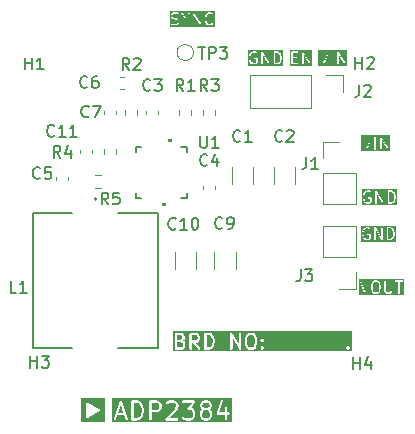
<source format=gbr>
%TF.GenerationSoftware,KiCad,Pcbnew,9.0.5*%
%TF.CreationDate,2025-10-20T16:26:16+05:30*%
%TF.ProjectId,adp2384,61647032-3338-4342-9e6b-696361645f70,A1*%
%TF.SameCoordinates,Original*%
%TF.FileFunction,Legend,Top*%
%TF.FilePolarity,Positive*%
%FSLAX46Y46*%
G04 Gerber Fmt 4.6, Leading zero omitted, Abs format (unit mm)*
G04 Created by KiCad (PCBNEW 9.0.5) date 2025-10-20 16:26:16*
%MOMM*%
%LPD*%
G01*
G04 APERTURE LIST*
%ADD10C,0.000000*%
%ADD11C,0.125000*%
%ADD12C,0.200000*%
%ADD13C,0.150000*%
%ADD14C,0.120000*%
%ADD15C,0.152400*%
G04 APERTURE END LIST*
D10*
G36*
X129860666Y-125275447D02*
G01*
X127841366Y-125275447D01*
X127841366Y-125017994D01*
X127841366Y-123561900D01*
X128256987Y-123561900D01*
X128256987Y-125017994D01*
X129523124Y-124273735D01*
X128256987Y-123561900D01*
X127841366Y-123561900D01*
X127841366Y-123246000D01*
X129860666Y-123246000D01*
X129860666Y-125275447D01*
G37*
D11*
G36*
X153950903Y-102310172D02*
G01*
X151556221Y-102310172D01*
X151556221Y-101132288D01*
X151667332Y-101132288D01*
X151670381Y-101156483D01*
X152003714Y-102156483D01*
X152015792Y-102177669D01*
X152019968Y-102179757D01*
X152022057Y-102183934D01*
X152040852Y-102190199D01*
X152058576Y-102199061D01*
X152063007Y-102197584D01*
X152067438Y-102199061D01*
X152085162Y-102190199D01*
X152103957Y-102183934D01*
X152106045Y-102179757D01*
X152110222Y-102177669D01*
X152122300Y-102156483D01*
X152455633Y-101156484D01*
X152458124Y-101136719D01*
X152667174Y-101136719D01*
X152667174Y-102136719D01*
X152671932Y-102160637D01*
X152705756Y-102194461D01*
X152753592Y-102194461D01*
X152787416Y-102160637D01*
X152792174Y-102136719D01*
X152792174Y-101136719D01*
X153143364Y-101136719D01*
X153143364Y-102136719D01*
X153148122Y-102160637D01*
X153181946Y-102194461D01*
X153229782Y-102194461D01*
X153263606Y-102160637D01*
X153268364Y-102136719D01*
X153268364Y-101372066D01*
X153723027Y-102167728D01*
X153739025Y-102186134D01*
X153747305Y-102188392D01*
X153753374Y-102194461D01*
X153769557Y-102194461D01*
X153785173Y-102198720D01*
X153792626Y-102194461D01*
X153801210Y-102194461D01*
X153812653Y-102183017D01*
X153826707Y-102174987D01*
X153828965Y-102166705D01*
X153835034Y-102160637D01*
X153839792Y-102136719D01*
X153839792Y-101136719D01*
X153835034Y-101112801D01*
X153801210Y-101078977D01*
X153753374Y-101078977D01*
X153719550Y-101112801D01*
X153714792Y-101136719D01*
X153714792Y-101901371D01*
X153260129Y-101105710D01*
X153244131Y-101087304D01*
X153235850Y-101085045D01*
X153229782Y-101078977D01*
X153213599Y-101078977D01*
X153197983Y-101074718D01*
X153190530Y-101078977D01*
X153181946Y-101078977D01*
X153170500Y-101090422D01*
X153156449Y-101098452D01*
X153154190Y-101106732D01*
X153148122Y-101112801D01*
X153143364Y-101136719D01*
X152792174Y-101136719D01*
X152787416Y-101112801D01*
X152753592Y-101078977D01*
X152705756Y-101078977D01*
X152671932Y-101112801D01*
X152667174Y-101136719D01*
X152458124Y-101136719D01*
X152458682Y-101132288D01*
X152437290Y-101089504D01*
X152391909Y-101074377D01*
X152349125Y-101095769D01*
X152337047Y-101116955D01*
X152063007Y-101939075D01*
X151788967Y-101116955D01*
X151776889Y-101095769D01*
X151734105Y-101074377D01*
X151688724Y-101089504D01*
X151667332Y-101132288D01*
X151556221Y-101132288D01*
X151556221Y-100963266D01*
X153950903Y-100963266D01*
X153950903Y-102310172D01*
G37*
G36*
X150318703Y-95096572D02*
G01*
X147924021Y-95096572D01*
X147924021Y-93918688D01*
X148035132Y-93918688D01*
X148038181Y-93942883D01*
X148371514Y-94942883D01*
X148383592Y-94964069D01*
X148387768Y-94966157D01*
X148389857Y-94970334D01*
X148408652Y-94976599D01*
X148426376Y-94985461D01*
X148430807Y-94983984D01*
X148435238Y-94985461D01*
X148452962Y-94976599D01*
X148471757Y-94970334D01*
X148473845Y-94966157D01*
X148478022Y-94964069D01*
X148490100Y-94942883D01*
X148823433Y-93942884D01*
X148825924Y-93923119D01*
X149034974Y-93923119D01*
X149034974Y-94923119D01*
X149039732Y-94947037D01*
X149073556Y-94980861D01*
X149121392Y-94980861D01*
X149155216Y-94947037D01*
X149159974Y-94923119D01*
X149159974Y-93923119D01*
X149511164Y-93923119D01*
X149511164Y-94923119D01*
X149515922Y-94947037D01*
X149549746Y-94980861D01*
X149597582Y-94980861D01*
X149631406Y-94947037D01*
X149636164Y-94923119D01*
X149636164Y-94158466D01*
X150090827Y-94954128D01*
X150106825Y-94972534D01*
X150115105Y-94974792D01*
X150121174Y-94980861D01*
X150137357Y-94980861D01*
X150152973Y-94985120D01*
X150160426Y-94980861D01*
X150169010Y-94980861D01*
X150180453Y-94969417D01*
X150194507Y-94961387D01*
X150196765Y-94953105D01*
X150202834Y-94947037D01*
X150207592Y-94923119D01*
X150207592Y-93923119D01*
X150202834Y-93899201D01*
X150169010Y-93865377D01*
X150121174Y-93865377D01*
X150087350Y-93899201D01*
X150082592Y-93923119D01*
X150082592Y-94687771D01*
X149627929Y-93892110D01*
X149611931Y-93873704D01*
X149603650Y-93871445D01*
X149597582Y-93865377D01*
X149581399Y-93865377D01*
X149565783Y-93861118D01*
X149558330Y-93865377D01*
X149549746Y-93865377D01*
X149538300Y-93876822D01*
X149524249Y-93884852D01*
X149521990Y-93893132D01*
X149515922Y-93899201D01*
X149511164Y-93923119D01*
X149159974Y-93923119D01*
X149155216Y-93899201D01*
X149121392Y-93865377D01*
X149073556Y-93865377D01*
X149039732Y-93899201D01*
X149034974Y-93923119D01*
X148825924Y-93923119D01*
X148826482Y-93918688D01*
X148805090Y-93875904D01*
X148759709Y-93860777D01*
X148716925Y-93882169D01*
X148704847Y-93903355D01*
X148430807Y-94725475D01*
X148156767Y-93903355D01*
X148144689Y-93882169D01*
X148101905Y-93860777D01*
X148056524Y-93875904D01*
X148035132Y-93918688D01*
X147924021Y-93918688D01*
X147924021Y-93749666D01*
X150318703Y-93749666D01*
X150318703Y-95096572D01*
G37*
G36*
X154114941Y-108909765D02*
G01*
X154192573Y-108987397D01*
X154232589Y-109067430D01*
X154276678Y-109243784D01*
X154276678Y-109371253D01*
X154232589Y-109547607D01*
X154192572Y-109627640D01*
X154114941Y-109705272D01*
X153995702Y-109745019D01*
X153830250Y-109745019D01*
X153830250Y-108870019D01*
X153995702Y-108870019D01*
X154114941Y-108909765D01*
G37*
G36*
X154512789Y-109981130D02*
G01*
X151498901Y-109981130D01*
X151498901Y-109236090D01*
X151610012Y-109236090D01*
X151610012Y-109378947D01*
X151611505Y-109386456D01*
X151611878Y-109394105D01*
X151659497Y-109584581D01*
X151662420Y-109590769D01*
X151664229Y-109597374D01*
X151711848Y-109692612D01*
X151717995Y-109700533D01*
X151723556Y-109708855D01*
X151818794Y-109804094D01*
X151821397Y-109805833D01*
X151822038Y-109807115D01*
X151830736Y-109812074D01*
X151839071Y-109817643D01*
X151840505Y-109817643D01*
X151843224Y-109819193D01*
X151986080Y-109866812D01*
X151996020Y-109868064D01*
X152005845Y-109870019D01*
X152101083Y-109870019D01*
X152110908Y-109868064D01*
X152120847Y-109866812D01*
X152263704Y-109819193D01*
X152266424Y-109817642D01*
X152267858Y-109817642D01*
X152276191Y-109812073D01*
X152284890Y-109807115D01*
X152285530Y-109805834D01*
X152288135Y-109804094D01*
X152335754Y-109756474D01*
X152349298Y-109736200D01*
X152349301Y-109736198D01*
X152354059Y-109712280D01*
X152354059Y-109378947D01*
X152349301Y-109355029D01*
X152315477Y-109321205D01*
X152291559Y-109316447D01*
X152101083Y-109316447D01*
X152077165Y-109321205D01*
X152043341Y-109355029D01*
X152043341Y-109402865D01*
X152077165Y-109436689D01*
X152101083Y-109441447D01*
X152229059Y-109441447D01*
X152229059Y-109686391D01*
X152210178Y-109705272D01*
X152090940Y-109745019D01*
X152015988Y-109745019D01*
X151896750Y-109705273D01*
X151819117Y-109627640D01*
X151779100Y-109547607D01*
X151735012Y-109371252D01*
X151735012Y-109243784D01*
X151779100Y-109067429D01*
X151819117Y-108987397D01*
X151896748Y-108909765D01*
X152015988Y-108870019D01*
X152133947Y-108870019D01*
X152215989Y-108911040D01*
X152239510Y-108917480D01*
X152284889Y-108902354D01*
X152306282Y-108859568D01*
X152291156Y-108814188D01*
X152282563Y-108807519D01*
X152657631Y-108807519D01*
X152657631Y-109807519D01*
X152662389Y-109831437D01*
X152696213Y-109865261D01*
X152744049Y-109865261D01*
X152777873Y-109831437D01*
X152782631Y-109807519D01*
X152782631Y-109042866D01*
X153237294Y-109838528D01*
X153253292Y-109856934D01*
X153261572Y-109859192D01*
X153267641Y-109865261D01*
X153283824Y-109865261D01*
X153299440Y-109869520D01*
X153306893Y-109865261D01*
X153315477Y-109865261D01*
X153326920Y-109853817D01*
X153340974Y-109845787D01*
X153343232Y-109837505D01*
X153349301Y-109831437D01*
X153354059Y-109807519D01*
X153354059Y-108807519D01*
X153705250Y-108807519D01*
X153705250Y-109807519D01*
X153710008Y-109831437D01*
X153743832Y-109865261D01*
X153767750Y-109870019D01*
X154005845Y-109870019D01*
X154015670Y-109868064D01*
X154025609Y-109866812D01*
X154168466Y-109819193D01*
X154171187Y-109817642D01*
X154172619Y-109817642D01*
X154180947Y-109812077D01*
X154189652Y-109807115D01*
X154190292Y-109805833D01*
X154192896Y-109804094D01*
X154288135Y-109708855D01*
X154293701Y-109700523D01*
X154299842Y-109692612D01*
X154347461Y-109597374D01*
X154349269Y-109590769D01*
X154352193Y-109584581D01*
X154399812Y-109394106D01*
X154400184Y-109386456D01*
X154401678Y-109378947D01*
X154401678Y-109236090D01*
X154400184Y-109228580D01*
X154399812Y-109220931D01*
X154352193Y-109030456D01*
X154349269Y-109024267D01*
X154347461Y-109017663D01*
X154299842Y-108922425D01*
X154293694Y-108914503D01*
X154288134Y-108906182D01*
X154192896Y-108810944D01*
X154190292Y-108809204D01*
X154189652Y-108807923D01*
X154180947Y-108802960D01*
X154172619Y-108797396D01*
X154171187Y-108797396D01*
X154168466Y-108795845D01*
X154025609Y-108748226D01*
X154015670Y-108746973D01*
X154005845Y-108745019D01*
X153767750Y-108745019D01*
X153743832Y-108749777D01*
X153710008Y-108783601D01*
X153705250Y-108807519D01*
X153354059Y-108807519D01*
X153349301Y-108783601D01*
X153315477Y-108749777D01*
X153267641Y-108749777D01*
X153233817Y-108783601D01*
X153229059Y-108807519D01*
X153229059Y-109572171D01*
X152774396Y-108776510D01*
X152758398Y-108758104D01*
X152750117Y-108755845D01*
X152744049Y-108749777D01*
X152727866Y-108749777D01*
X152712250Y-108745518D01*
X152704797Y-108749777D01*
X152696213Y-108749777D01*
X152684767Y-108761222D01*
X152670716Y-108769252D01*
X152668457Y-108777532D01*
X152662389Y-108783601D01*
X152657631Y-108807519D01*
X152282563Y-108807519D01*
X152271891Y-108799236D01*
X152176653Y-108751617D01*
X152173633Y-108750790D01*
X152172620Y-108749777D01*
X152162792Y-108747822D01*
X152153132Y-108745177D01*
X152151773Y-108745629D01*
X152148702Y-108745019D01*
X152005845Y-108745019D01*
X151996020Y-108746973D01*
X151986080Y-108748226D01*
X151843224Y-108795845D01*
X151840503Y-108797396D01*
X151839071Y-108797396D01*
X151830742Y-108802960D01*
X151822038Y-108807923D01*
X151821397Y-108809204D01*
X151818794Y-108810944D01*
X151723556Y-108906182D01*
X151717995Y-108914503D01*
X151711848Y-108922425D01*
X151664229Y-109017663D01*
X151662420Y-109024267D01*
X151659497Y-109030456D01*
X151611878Y-109220932D01*
X151611505Y-109228580D01*
X151610012Y-109236090D01*
X151498901Y-109236090D01*
X151498901Y-108633908D01*
X154512789Y-108633908D01*
X154512789Y-109981130D01*
G37*
G36*
X139137755Y-91794730D02*
G01*
X135319101Y-91794730D01*
X135319101Y-90811595D01*
X135430212Y-90811595D01*
X135430212Y-90906833D01*
X135430822Y-90909904D01*
X135430370Y-90911263D01*
X135433015Y-90920923D01*
X135434970Y-90930751D01*
X135435983Y-90931764D01*
X135436810Y-90934784D01*
X135484429Y-91030022D01*
X135490576Y-91037943D01*
X135496137Y-91046265D01*
X135543756Y-91093884D01*
X135552077Y-91099444D01*
X135559999Y-91105592D01*
X135655237Y-91153211D01*
X135661841Y-91155019D01*
X135668030Y-91157943D01*
X135851848Y-91203897D01*
X135931881Y-91243914D01*
X135965154Y-91277187D01*
X136001640Y-91350159D01*
X136001640Y-91415887D01*
X135965154Y-91488857D01*
X135931878Y-91522134D01*
X135858909Y-91558619D01*
X135645712Y-91558619D01*
X135512476Y-91514207D01*
X135488281Y-91511158D01*
X135445497Y-91532550D01*
X135430370Y-91577931D01*
X135451762Y-91620715D01*
X135472948Y-91632793D01*
X135615804Y-91680412D01*
X135625744Y-91681664D01*
X135635569Y-91683619D01*
X135873664Y-91683619D01*
X135876735Y-91683008D01*
X135878094Y-91683461D01*
X135887754Y-91680815D01*
X135897582Y-91678861D01*
X135898595Y-91677847D01*
X135901615Y-91677021D01*
X135996853Y-91629402D01*
X136004768Y-91623258D01*
X136013097Y-91617694D01*
X136060716Y-91570074D01*
X136066279Y-91561746D01*
X136072423Y-91553831D01*
X136120042Y-91458593D01*
X136120868Y-91455573D01*
X136121882Y-91454560D01*
X136123836Y-91444732D01*
X136126482Y-91435072D01*
X136126029Y-91433713D01*
X136126640Y-91430642D01*
X136126640Y-91335404D01*
X136126029Y-91332332D01*
X136126482Y-91330974D01*
X136123836Y-91321313D01*
X136121882Y-91311486D01*
X136120868Y-91310472D01*
X136120042Y-91307453D01*
X136072423Y-91212215D01*
X136066275Y-91204293D01*
X136060715Y-91195972D01*
X136013096Y-91148353D01*
X136004774Y-91142792D01*
X135996853Y-91136645D01*
X135901615Y-91089026D01*
X135895010Y-91087217D01*
X135888822Y-91084294D01*
X135705004Y-91038339D01*
X135624971Y-90998323D01*
X135591698Y-90965050D01*
X135555212Y-90892078D01*
X135555212Y-90826350D01*
X135591698Y-90753378D01*
X135624971Y-90720105D01*
X135697943Y-90683619D01*
X135911140Y-90683619D01*
X136044375Y-90728031D01*
X136068571Y-90731080D01*
X136111355Y-90709688D01*
X136126482Y-90664307D01*
X136110299Y-90631941D01*
X136288299Y-90631941D01*
X136297126Y-90654674D01*
X136620688Y-91163128D01*
X136620688Y-91621119D01*
X136625446Y-91645037D01*
X136659270Y-91678861D01*
X136707106Y-91678861D01*
X136740930Y-91645037D01*
X136745688Y-91621119D01*
X136745688Y-91163128D01*
X137069250Y-90654674D01*
X137078077Y-90631940D01*
X137075672Y-90621119D01*
X137287355Y-90621119D01*
X137287355Y-91621119D01*
X137292113Y-91645037D01*
X137325937Y-91678861D01*
X137373773Y-91678861D01*
X137407597Y-91645037D01*
X137412355Y-91621119D01*
X137412355Y-90856466D01*
X137867018Y-91652128D01*
X137883016Y-91670534D01*
X137891296Y-91672792D01*
X137897365Y-91678861D01*
X137913548Y-91678861D01*
X137929164Y-91683120D01*
X137936617Y-91678861D01*
X137945201Y-91678861D01*
X137956644Y-91667417D01*
X137970698Y-91659387D01*
X137972956Y-91651105D01*
X137979025Y-91645037D01*
X137983783Y-91621119D01*
X137983783Y-91049690D01*
X138287355Y-91049690D01*
X138287355Y-91192547D01*
X138288848Y-91200056D01*
X138289221Y-91207705D01*
X138336840Y-91398181D01*
X138339763Y-91404369D01*
X138341572Y-91410974D01*
X138389191Y-91506212D01*
X138395338Y-91514133D01*
X138400899Y-91522455D01*
X138496137Y-91617694D01*
X138498740Y-91619433D01*
X138499381Y-91620715D01*
X138508079Y-91625674D01*
X138516414Y-91631243D01*
X138517848Y-91631243D01*
X138520567Y-91632793D01*
X138663423Y-91680412D01*
X138673363Y-91681664D01*
X138683188Y-91683619D01*
X138778426Y-91683619D01*
X138788251Y-91681664D01*
X138798190Y-91680412D01*
X138941047Y-91632793D01*
X138943767Y-91631242D01*
X138945201Y-91631242D01*
X138953534Y-91625673D01*
X138962233Y-91620715D01*
X138962873Y-91619434D01*
X138965478Y-91617694D01*
X139013097Y-91570074D01*
X139026644Y-91549797D01*
X139026644Y-91501962D01*
X138992818Y-91468138D01*
X138944984Y-91468138D01*
X138924707Y-91481686D01*
X138887521Y-91518872D01*
X138768283Y-91558619D01*
X138693331Y-91558619D01*
X138574093Y-91518873D01*
X138496460Y-91441240D01*
X138456443Y-91361207D01*
X138412355Y-91184852D01*
X138412355Y-91057384D01*
X138456443Y-90881029D01*
X138496460Y-90800997D01*
X138574091Y-90723365D01*
X138693331Y-90683619D01*
X138768283Y-90683619D01*
X138887522Y-90723365D01*
X138924708Y-90760551D01*
X138944985Y-90774099D01*
X138992819Y-90774099D01*
X139026644Y-90740274D01*
X139026644Y-90692440D01*
X139013096Y-90672163D01*
X138965477Y-90624544D01*
X138962873Y-90622804D01*
X138962233Y-90621523D01*
X138953528Y-90616560D01*
X138945200Y-90610996D01*
X138943768Y-90610996D01*
X138941047Y-90609445D01*
X138798190Y-90561826D01*
X138788251Y-90560573D01*
X138778426Y-90558619D01*
X138683188Y-90558619D01*
X138673363Y-90560573D01*
X138663423Y-90561826D01*
X138520567Y-90609445D01*
X138517846Y-90610996D01*
X138516414Y-90610996D01*
X138508085Y-90616560D01*
X138499381Y-90621523D01*
X138498740Y-90622804D01*
X138496137Y-90624544D01*
X138400899Y-90719782D01*
X138395338Y-90728103D01*
X138389191Y-90736025D01*
X138341572Y-90831263D01*
X138339763Y-90837867D01*
X138336840Y-90844056D01*
X138289221Y-91034532D01*
X138288848Y-91042180D01*
X138287355Y-91049690D01*
X137983783Y-91049690D01*
X137983783Y-90621119D01*
X137979025Y-90597201D01*
X137945201Y-90563377D01*
X137897365Y-90563377D01*
X137863541Y-90597201D01*
X137858783Y-90621119D01*
X137858783Y-91385771D01*
X137404120Y-90590110D01*
X137388122Y-90571704D01*
X137379841Y-90569445D01*
X137373773Y-90563377D01*
X137357590Y-90563377D01*
X137341974Y-90559118D01*
X137334521Y-90563377D01*
X137325937Y-90563377D01*
X137314491Y-90574822D01*
X137300440Y-90582852D01*
X137298181Y-90591132D01*
X137292113Y-90597201D01*
X137287355Y-90621119D01*
X137075672Y-90621119D01*
X137067700Y-90585245D01*
X137027343Y-90559563D01*
X136980647Y-90569940D01*
X136963792Y-90587564D01*
X136683188Y-91028513D01*
X136402584Y-90587564D01*
X136385729Y-90569940D01*
X136339033Y-90559563D01*
X136298676Y-90585245D01*
X136288299Y-90631941D01*
X136110299Y-90631941D01*
X136105090Y-90621523D01*
X136083904Y-90609445D01*
X135941047Y-90561826D01*
X135931108Y-90560573D01*
X135921283Y-90558619D01*
X135683188Y-90558619D01*
X135680116Y-90559229D01*
X135678758Y-90558777D01*
X135669097Y-90561422D01*
X135659270Y-90563377D01*
X135658256Y-90564390D01*
X135655237Y-90565217D01*
X135559999Y-90612836D01*
X135552077Y-90618983D01*
X135543756Y-90624544D01*
X135496137Y-90672163D01*
X135490576Y-90680484D01*
X135484429Y-90688406D01*
X135436810Y-90783644D01*
X135435983Y-90786663D01*
X135434970Y-90787677D01*
X135433015Y-90797504D01*
X135430370Y-90807165D01*
X135430822Y-90808523D01*
X135430212Y-90811595D01*
X135319101Y-90811595D01*
X135319101Y-90447508D01*
X139137755Y-90447508D01*
X139137755Y-91794730D01*
G37*
G36*
X152940243Y-113427705D02*
G01*
X153016066Y-113503528D01*
X153057621Y-113669746D01*
X153057621Y-113987691D01*
X153016066Y-114153908D01*
X152940242Y-114229733D01*
X152867271Y-114266219D01*
X152706305Y-114266219D01*
X152633335Y-114229734D01*
X152557509Y-114153908D01*
X152515955Y-113987690D01*
X152515955Y-113669746D01*
X152557509Y-113503528D01*
X152633333Y-113427705D01*
X152706305Y-113391219D01*
X152867271Y-113391219D01*
X152940243Y-113427705D01*
G37*
G36*
X155193736Y-114502330D02*
G01*
X151327621Y-114502330D01*
X151327621Y-113324288D01*
X151438732Y-113324288D01*
X151441781Y-113348483D01*
X151775114Y-114348483D01*
X151787192Y-114369669D01*
X151791368Y-114371757D01*
X151793457Y-114375934D01*
X151812252Y-114382199D01*
X151829976Y-114391061D01*
X151834407Y-114389584D01*
X151838838Y-114391061D01*
X151856562Y-114382199D01*
X151875357Y-114375934D01*
X151877445Y-114371757D01*
X151881622Y-114369669D01*
X151893700Y-114348483D01*
X152122510Y-113662052D01*
X152390955Y-113662052D01*
X152390955Y-113995385D01*
X152392448Y-114002894D01*
X152392821Y-114010543D01*
X152440440Y-114201019D01*
X152443332Y-114207140D01*
X152443332Y-114209778D01*
X152447585Y-114216144D01*
X152450857Y-114223069D01*
X152453119Y-114224426D01*
X152456880Y-114230055D01*
X152552118Y-114325294D01*
X152560443Y-114330857D01*
X152568361Y-114337002D01*
X152663599Y-114384621D01*
X152666618Y-114385447D01*
X152667632Y-114386461D01*
X152677459Y-114388415D01*
X152687120Y-114391061D01*
X152688478Y-114390608D01*
X152691550Y-114391219D01*
X152882026Y-114391219D01*
X152885097Y-114390608D01*
X152886456Y-114391061D01*
X152896116Y-114388415D01*
X152905944Y-114386461D01*
X152906957Y-114385447D01*
X152909977Y-114384621D01*
X153005215Y-114337002D01*
X153013136Y-114330854D01*
X153021458Y-114325294D01*
X153116697Y-114230055D01*
X153120458Y-114224425D01*
X153122719Y-114223069D01*
X153125988Y-114216149D01*
X153130245Y-114209778D01*
X153130245Y-114207138D01*
X153133136Y-114201019D01*
X153180755Y-114010544D01*
X153181127Y-114002894D01*
X153182621Y-113995385D01*
X153182621Y-113662052D01*
X153181127Y-113654542D01*
X153180755Y-113646893D01*
X153133136Y-113456418D01*
X153130244Y-113450296D01*
X153130244Y-113447659D01*
X153125990Y-113441292D01*
X153122719Y-113434368D01*
X153120456Y-113433010D01*
X153116696Y-113427382D01*
X153021458Y-113332144D01*
X153016333Y-113328719D01*
X153486193Y-113328719D01*
X153486193Y-114138242D01*
X153486803Y-114141313D01*
X153486351Y-114142672D01*
X153488996Y-114152332D01*
X153490951Y-114162160D01*
X153491964Y-114163173D01*
X153492791Y-114166193D01*
X153540410Y-114261431D01*
X153546550Y-114269342D01*
X153552117Y-114277674D01*
X153599736Y-114325294D01*
X153608064Y-114330858D01*
X153615980Y-114337002D01*
X153711218Y-114384621D01*
X153714237Y-114385447D01*
X153715251Y-114386461D01*
X153725078Y-114388415D01*
X153734739Y-114391061D01*
X153736097Y-114390608D01*
X153739169Y-114391219D01*
X153929645Y-114391219D01*
X153932716Y-114390608D01*
X153934075Y-114391061D01*
X153943735Y-114388415D01*
X153953563Y-114386461D01*
X153954576Y-114385447D01*
X153957596Y-114384621D01*
X154052834Y-114337002D01*
X154060749Y-114330858D01*
X154069078Y-114325294D01*
X154116697Y-114277674D01*
X154122260Y-114269346D01*
X154128404Y-114261431D01*
X154176023Y-114166193D01*
X154176849Y-114163173D01*
X154177863Y-114162160D01*
X154179817Y-114152332D01*
X154182463Y-114142672D01*
X154182010Y-114141313D01*
X154182621Y-114138242D01*
X154182621Y-113328719D01*
X154177863Y-113304801D01*
X154395713Y-113304801D01*
X154395713Y-113352637D01*
X154429537Y-113386461D01*
X154453455Y-113391219D01*
X154676669Y-113391219D01*
X154676669Y-114328719D01*
X154681427Y-114352637D01*
X154715251Y-114386461D01*
X154763087Y-114386461D01*
X154796911Y-114352637D01*
X154801669Y-114328719D01*
X154801669Y-113391219D01*
X155024883Y-113391219D01*
X155048801Y-113386461D01*
X155082625Y-113352637D01*
X155082625Y-113304801D01*
X155048801Y-113270977D01*
X155024883Y-113266219D01*
X154453455Y-113266219D01*
X154429537Y-113270977D01*
X154395713Y-113304801D01*
X154177863Y-113304801D01*
X154144039Y-113270977D01*
X154096203Y-113270977D01*
X154062379Y-113304801D01*
X154057621Y-113328719D01*
X154057621Y-114123487D01*
X154021135Y-114196457D01*
X153987859Y-114229734D01*
X153914890Y-114266219D01*
X153753924Y-114266219D01*
X153680954Y-114229734D01*
X153647678Y-114196457D01*
X153611193Y-114123487D01*
X153611193Y-113328719D01*
X153606435Y-113304801D01*
X153572611Y-113270977D01*
X153524775Y-113270977D01*
X153490951Y-113304801D01*
X153486193Y-113328719D01*
X153016333Y-113328719D01*
X153013136Y-113326583D01*
X153005215Y-113320436D01*
X152909977Y-113272817D01*
X152906957Y-113271990D01*
X152905944Y-113270977D01*
X152896116Y-113269022D01*
X152886456Y-113266377D01*
X152885097Y-113266829D01*
X152882026Y-113266219D01*
X152691550Y-113266219D01*
X152688478Y-113266829D01*
X152687120Y-113266377D01*
X152677459Y-113269022D01*
X152667632Y-113270977D01*
X152666618Y-113271990D01*
X152663599Y-113272817D01*
X152568361Y-113320436D01*
X152560439Y-113326583D01*
X152552118Y-113332144D01*
X152456880Y-113427382D01*
X152453119Y-113433010D01*
X152450857Y-113434368D01*
X152447585Y-113441292D01*
X152443332Y-113447659D01*
X152443332Y-113450296D01*
X152440440Y-113456418D01*
X152392821Y-113646894D01*
X152392448Y-113654542D01*
X152390955Y-113662052D01*
X152122510Y-113662052D01*
X152227033Y-113348484D01*
X152230082Y-113324288D01*
X152208690Y-113281504D01*
X152163309Y-113266377D01*
X152120525Y-113287769D01*
X152108447Y-113308955D01*
X151834407Y-114131075D01*
X151560367Y-113308955D01*
X151548289Y-113287769D01*
X151505505Y-113266377D01*
X151460124Y-113281504D01*
X151438732Y-113324288D01*
X151327621Y-113324288D01*
X151327621Y-113155108D01*
X155193736Y-113155108D01*
X155193736Y-114502330D01*
G37*
D12*
G36*
X132711243Y-123692059D02*
G01*
X132825933Y-123806748D01*
X132885198Y-123925276D01*
X132950977Y-124188393D01*
X132950977Y-124378062D01*
X132885198Y-124641179D01*
X132825933Y-124759707D01*
X132711244Y-124874396D01*
X132534750Y-124933228D01*
X132293834Y-124933228D01*
X132293834Y-123633228D01*
X132534750Y-123633228D01*
X132711243Y-123692059D01*
G37*
G36*
X138634597Y-124329699D02*
G01*
X138683076Y-124378177D01*
X138736691Y-124485407D01*
X138736691Y-124723906D01*
X138683075Y-124831137D01*
X138634598Y-124879613D01*
X138527369Y-124933228D01*
X138288869Y-124933228D01*
X138181641Y-124879614D01*
X138133161Y-124831134D01*
X138079548Y-124723907D01*
X138079548Y-124485406D01*
X138133162Y-124378177D01*
X138181638Y-124329700D01*
X138288869Y-124276085D01*
X138527369Y-124276085D01*
X138634597Y-124329699D01*
G37*
G36*
X138634597Y-123686842D02*
G01*
X138683075Y-123735319D01*
X138736691Y-123842549D01*
X138736691Y-123866763D01*
X138683075Y-123973994D01*
X138634598Y-124022470D01*
X138527369Y-124076085D01*
X138288869Y-124076085D01*
X138181641Y-124022471D01*
X138133161Y-123973991D01*
X138079548Y-123866764D01*
X138079548Y-123842548D01*
X138133161Y-123735320D01*
X138181638Y-123686843D01*
X138288869Y-123633228D01*
X138527369Y-123633228D01*
X138634597Y-123686842D01*
G37*
G36*
X131412236Y-124504657D02*
G01*
X130975434Y-124504657D01*
X131193835Y-123849455D01*
X131412236Y-124504657D01*
G37*
G36*
X134348886Y-123686844D02*
G01*
X134397363Y-123735320D01*
X134450977Y-123842548D01*
X134450977Y-124009621D01*
X134397363Y-124116848D01*
X134348883Y-124165328D01*
X134241656Y-124218942D01*
X133793834Y-124218942D01*
X133793834Y-123633228D01*
X134241655Y-123633228D01*
X134348886Y-123686844D01*
G37*
G36*
X140601436Y-125299895D02*
G01*
X130427953Y-125299895D01*
X130427953Y-125020721D01*
X130594620Y-125020721D01*
X130597386Y-125059641D01*
X130614836Y-125094540D01*
X130644312Y-125120105D01*
X130681328Y-125132443D01*
X130720248Y-125129677D01*
X130755147Y-125112227D01*
X130780712Y-125082751D01*
X130788703Y-125064851D01*
X130908768Y-124704657D01*
X131478902Y-124704657D01*
X131598967Y-125064851D01*
X131606958Y-125082751D01*
X131632524Y-125112228D01*
X131667422Y-125129677D01*
X131706342Y-125132443D01*
X131743358Y-125120105D01*
X131772834Y-125094540D01*
X131790284Y-125059641D01*
X131793050Y-125020721D01*
X131788703Y-125001605D01*
X131299244Y-123533228D01*
X132093834Y-123533228D01*
X132093834Y-125033228D01*
X132095755Y-125052737D01*
X132110687Y-125088785D01*
X132138277Y-125116375D01*
X132174325Y-125131307D01*
X132193834Y-125133228D01*
X132550977Y-125133228D01*
X132560850Y-125132255D01*
X132563484Y-125132443D01*
X132566947Y-125131655D01*
X132570486Y-125131307D01*
X132572928Y-125130295D01*
X132582600Y-125128096D01*
X132796885Y-125056668D01*
X132814786Y-125048677D01*
X132817501Y-125046321D01*
X132820821Y-125044947D01*
X132835974Y-125032510D01*
X132978831Y-124889652D01*
X132985121Y-124881987D01*
X132987120Y-124880254D01*
X132989016Y-124877241D01*
X132991267Y-124874499D01*
X132992276Y-124872062D01*
X132997563Y-124863664D01*
X133068992Y-124720807D01*
X133069538Y-124719378D01*
X133069968Y-124718799D01*
X133072886Y-124710628D01*
X133075998Y-124702498D01*
X133076049Y-124701775D01*
X133076563Y-124700338D01*
X133147991Y-124414625D01*
X133148491Y-124411243D01*
X133149056Y-124409880D01*
X133149779Y-124402529D01*
X133150859Y-124395232D01*
X133150641Y-124393773D01*
X133150977Y-124390371D01*
X133150977Y-124176085D01*
X133150641Y-124172682D01*
X133150859Y-124171224D01*
X133149779Y-124163926D01*
X133149056Y-124156576D01*
X133148491Y-124155212D01*
X133147991Y-124151831D01*
X133076563Y-123866118D01*
X133076049Y-123864680D01*
X133075998Y-123863958D01*
X133072886Y-123855827D01*
X133069968Y-123847657D01*
X133069538Y-123847077D01*
X133068992Y-123845649D01*
X132997563Y-123702792D01*
X132992277Y-123694394D01*
X132991267Y-123691956D01*
X132989014Y-123689211D01*
X132987120Y-123686202D01*
X132985122Y-123684469D01*
X132978830Y-123676803D01*
X132835974Y-123533946D01*
X132835099Y-123533228D01*
X133593834Y-123533228D01*
X133593834Y-125033228D01*
X133595755Y-125052737D01*
X133610687Y-125088785D01*
X133638277Y-125116375D01*
X133674325Y-125131307D01*
X133713343Y-125131307D01*
X133749391Y-125116375D01*
X133776981Y-125088785D01*
X133791913Y-125052737D01*
X133793834Y-125033228D01*
X133793834Y-125013719D01*
X134952898Y-125013719D01*
X134952898Y-125052737D01*
X134967830Y-125088785D01*
X134995420Y-125116375D01*
X135031468Y-125131307D01*
X135050977Y-125133228D01*
X135979549Y-125133228D01*
X135999058Y-125131307D01*
X136035106Y-125116375D01*
X136062696Y-125088785D01*
X136077628Y-125052737D01*
X136077628Y-125013719D01*
X136062696Y-124977671D01*
X136035106Y-124950081D01*
X135999058Y-124935149D01*
X135979549Y-124933228D01*
X135292399Y-124933228D01*
X135978830Y-124246796D01*
X135991267Y-124231643D01*
X135992642Y-124228321D01*
X135994996Y-124225608D01*
X136002988Y-124207708D01*
X136074417Y-123993423D01*
X136076616Y-123983750D01*
X136077628Y-123981309D01*
X136077976Y-123977771D01*
X136078764Y-123974308D01*
X136078576Y-123971673D01*
X136079549Y-123961800D01*
X136079549Y-123818942D01*
X136077628Y-123799433D01*
X136076252Y-123796112D01*
X136075998Y-123792529D01*
X136068992Y-123774220D01*
X135997563Y-123631363D01*
X135992277Y-123622965D01*
X135991267Y-123620527D01*
X135989014Y-123617782D01*
X135987120Y-123614773D01*
X135985122Y-123613040D01*
X135978830Y-123605374D01*
X135907403Y-123533946D01*
X135899736Y-123527654D01*
X135898004Y-123525657D01*
X135894992Y-123523761D01*
X135892249Y-123521510D01*
X135889811Y-123520500D01*
X135881413Y-123515214D01*
X135878423Y-123513719D01*
X136381469Y-123513719D01*
X136381469Y-123552737D01*
X136396401Y-123588785D01*
X136423991Y-123616375D01*
X136460039Y-123631307D01*
X136479548Y-123633228D01*
X137187743Y-123633228D01*
X136832862Y-124038807D01*
X136826832Y-124047240D01*
X136824973Y-124049100D01*
X136824242Y-124050863D01*
X136821461Y-124054754D01*
X136816256Y-124070142D01*
X136810041Y-124085148D01*
X136810041Y-124088521D01*
X136808961Y-124091715D01*
X136810041Y-124107917D01*
X136810041Y-124124166D01*
X136811331Y-124127281D01*
X136811556Y-124130647D01*
X136818756Y-124145207D01*
X136824973Y-124160214D01*
X136827357Y-124162598D01*
X136828853Y-124165622D01*
X136841078Y-124176319D01*
X136852563Y-124187804D01*
X136855677Y-124189094D01*
X136858217Y-124191316D01*
X136873605Y-124196520D01*
X136888611Y-124202736D01*
X136893370Y-124203204D01*
X136895178Y-124203816D01*
X136897802Y-124203641D01*
X136908120Y-124204657D01*
X137098798Y-124204657D01*
X137206027Y-124258271D01*
X137254504Y-124306747D01*
X137308120Y-124413978D01*
X137308120Y-124723906D01*
X137254504Y-124831137D01*
X137206027Y-124879613D01*
X137098798Y-124933228D01*
X136717441Y-124933228D01*
X136610213Y-124879614D01*
X136550259Y-124819660D01*
X136535105Y-124807224D01*
X136499057Y-124792292D01*
X136460039Y-124792292D01*
X136423991Y-124807224D01*
X136396401Y-124834814D01*
X136381469Y-124870862D01*
X136381469Y-124909880D01*
X136396401Y-124945928D01*
X136408837Y-124961082D01*
X136480266Y-125032511D01*
X136487936Y-125038805D01*
X136489666Y-125040800D01*
X136492673Y-125042693D01*
X136495420Y-125044947D01*
X136497859Y-125045957D01*
X136506256Y-125051243D01*
X136649113Y-125122671D01*
X136667422Y-125129677D01*
X136671004Y-125129931D01*
X136674325Y-125131307D01*
X136693834Y-125133228D01*
X137122405Y-125133228D01*
X137141914Y-125131307D01*
X137145234Y-125129931D01*
X137148817Y-125129677D01*
X137167126Y-125122671D01*
X137309984Y-125051243D01*
X137318380Y-125045957D01*
X137320821Y-125044947D01*
X137323566Y-125042693D01*
X137326575Y-125040800D01*
X137328307Y-125038802D01*
X137335974Y-125032510D01*
X137407402Y-124961081D01*
X137413694Y-124953414D01*
X137415691Y-124951683D01*
X137417584Y-124948674D01*
X137419839Y-124945928D01*
X137420849Y-124943487D01*
X137426134Y-124935093D01*
X137497563Y-124792236D01*
X137504569Y-124773927D01*
X137504823Y-124770343D01*
X137506199Y-124767023D01*
X137508120Y-124747514D01*
X137508120Y-124390371D01*
X137506199Y-124370862D01*
X137504823Y-124367541D01*
X137504569Y-124363958D01*
X137497563Y-124345649D01*
X137426134Y-124202792D01*
X137420849Y-124194397D01*
X137419839Y-124191957D01*
X137417584Y-124189210D01*
X137415691Y-124186202D01*
X137413694Y-124184470D01*
X137407402Y-124176804D01*
X137335974Y-124105375D01*
X137328307Y-124099082D01*
X137326575Y-124097085D01*
X137323566Y-124095191D01*
X137320821Y-124092938D01*
X137318380Y-124091927D01*
X137309984Y-124086642D01*
X137167126Y-124015214D01*
X137148817Y-124008208D01*
X137145234Y-124007953D01*
X137141914Y-124006578D01*
X137128013Y-124005209D01*
X137290997Y-123818942D01*
X137879548Y-123818942D01*
X137879548Y-123890371D01*
X137881469Y-123909880D01*
X137882844Y-123913200D01*
X137883099Y-123916784D01*
X137890105Y-123935092D01*
X137961533Y-124077949D01*
X137966819Y-124086347D01*
X137967829Y-124088785D01*
X137970080Y-124091528D01*
X137971976Y-124094540D01*
X137973973Y-124096272D01*
X137980265Y-124103939D01*
X138051694Y-124175368D01*
X138052568Y-124176085D01*
X138051695Y-124176803D01*
X137980266Y-124248231D01*
X137973973Y-124255897D01*
X137971976Y-124257630D01*
X137970082Y-124260638D01*
X137967829Y-124263384D01*
X137966818Y-124265824D01*
X137961533Y-124274221D01*
X137890105Y-124417079D01*
X137883099Y-124435388D01*
X137882844Y-124438970D01*
X137881469Y-124442291D01*
X137879548Y-124461800D01*
X137879548Y-124747514D01*
X137881469Y-124767023D01*
X137882844Y-124770343D01*
X137883099Y-124773927D01*
X137890105Y-124792235D01*
X137961533Y-124935092D01*
X137966819Y-124943490D01*
X137967829Y-124945928D01*
X137970080Y-124948671D01*
X137971976Y-124951683D01*
X137973973Y-124953415D01*
X137980265Y-124961082D01*
X138051694Y-125032511D01*
X138059364Y-125038805D01*
X138061094Y-125040800D01*
X138064101Y-125042693D01*
X138066848Y-125044947D01*
X138069287Y-125045957D01*
X138077684Y-125051243D01*
X138220541Y-125122671D01*
X138238850Y-125129677D01*
X138242432Y-125129931D01*
X138245753Y-125131307D01*
X138265262Y-125133228D01*
X138550976Y-125133228D01*
X138570485Y-125131307D01*
X138573805Y-125129931D01*
X138577388Y-125129677D01*
X138595697Y-125122671D01*
X138738555Y-125051243D01*
X138746951Y-125045957D01*
X138749392Y-125044947D01*
X138752137Y-125042693D01*
X138755146Y-125040800D01*
X138756878Y-125038802D01*
X138764545Y-125032510D01*
X138835973Y-124961081D01*
X138842265Y-124953414D01*
X138844262Y-124951683D01*
X138846155Y-124948674D01*
X138848410Y-124945928D01*
X138849420Y-124943487D01*
X138854705Y-124935093D01*
X138926134Y-124792236D01*
X138933140Y-124773927D01*
X138933394Y-124770343D01*
X138934770Y-124767023D01*
X138936691Y-124747514D01*
X138936691Y-124520721D01*
X139308904Y-124520721D01*
X139310040Y-124536705D01*
X139310040Y-124552737D01*
X139311415Y-124556057D01*
X139311670Y-124559641D01*
X139318836Y-124573973D01*
X139324972Y-124588785D01*
X139327513Y-124591326D01*
X139329120Y-124594539D01*
X139341227Y-124605040D01*
X139352562Y-124616375D01*
X139355880Y-124617749D01*
X139358596Y-124620105D01*
X139373805Y-124625174D01*
X139388610Y-124631307D01*
X139393710Y-124631809D01*
X139395612Y-124632443D01*
X139398245Y-124632255D01*
X139408119Y-124633228D01*
X140022405Y-124633228D01*
X140022405Y-125033228D01*
X140024326Y-125052737D01*
X140039258Y-125088785D01*
X140066848Y-125116375D01*
X140102896Y-125131307D01*
X140141914Y-125131307D01*
X140177962Y-125116375D01*
X140205552Y-125088785D01*
X140220484Y-125052737D01*
X140222405Y-125033228D01*
X140222405Y-124633228D01*
X140336690Y-124633228D01*
X140356199Y-124631307D01*
X140392247Y-124616375D01*
X140419837Y-124588785D01*
X140434769Y-124552737D01*
X140434769Y-124513719D01*
X140419837Y-124477671D01*
X140392247Y-124450081D01*
X140356199Y-124435149D01*
X140336690Y-124433228D01*
X140222405Y-124433228D01*
X140222405Y-124033228D01*
X140220484Y-124013719D01*
X140205552Y-123977671D01*
X140177962Y-123950081D01*
X140141914Y-123935149D01*
X140102896Y-123935149D01*
X140066848Y-123950081D01*
X140039258Y-123977671D01*
X140024326Y-124013719D01*
X140022405Y-124033228D01*
X140022405Y-124433228D01*
X139546861Y-124433228D01*
X139860130Y-123493423D01*
X139864477Y-123474308D01*
X139861711Y-123435388D01*
X139844261Y-123400489D01*
X139814785Y-123374924D01*
X139777769Y-123362585D01*
X139738849Y-123365352D01*
X139703950Y-123382801D01*
X139678385Y-123412277D01*
X139670394Y-123430178D01*
X139313251Y-124501605D01*
X139311051Y-124511276D01*
X139310040Y-124513719D01*
X139310040Y-124515725D01*
X139308904Y-124520721D01*
X138936691Y-124520721D01*
X138936691Y-124461800D01*
X138934770Y-124442291D01*
X138933394Y-124438970D01*
X138933140Y-124435387D01*
X138926134Y-124417079D01*
X138854705Y-124274221D01*
X138849419Y-124265824D01*
X138848409Y-124263384D01*
X138846155Y-124260638D01*
X138844262Y-124257630D01*
X138842264Y-124255897D01*
X138835972Y-124248231D01*
X138764545Y-124176803D01*
X138763670Y-124176085D01*
X138764545Y-124175367D01*
X138835973Y-124103938D01*
X138842265Y-124096271D01*
X138844262Y-124094540D01*
X138846155Y-124091531D01*
X138848410Y-124088785D01*
X138849420Y-124086344D01*
X138854705Y-124077950D01*
X138926134Y-123935093D01*
X138933140Y-123916784D01*
X138933394Y-123913200D01*
X138934770Y-123909880D01*
X138936691Y-123890371D01*
X138936691Y-123818942D01*
X138934770Y-123799433D01*
X138933394Y-123796112D01*
X138933140Y-123792529D01*
X138926134Y-123774220D01*
X138854705Y-123631363D01*
X138849419Y-123622965D01*
X138848409Y-123620527D01*
X138846156Y-123617782D01*
X138844262Y-123614773D01*
X138842264Y-123613040D01*
X138835972Y-123605374D01*
X138764545Y-123533946D01*
X138756878Y-123527654D01*
X138755146Y-123525657D01*
X138752134Y-123523761D01*
X138749391Y-123521510D01*
X138746953Y-123520500D01*
X138738555Y-123515214D01*
X138595697Y-123443785D01*
X138577389Y-123436779D01*
X138573805Y-123436524D01*
X138570485Y-123435149D01*
X138550976Y-123433228D01*
X138265262Y-123433228D01*
X138245753Y-123435149D01*
X138242432Y-123436524D01*
X138238849Y-123436779D01*
X138220540Y-123443785D01*
X138077683Y-123515214D01*
X138069288Y-123520498D01*
X138066848Y-123521509D01*
X138064101Y-123523763D01*
X138061093Y-123525657D01*
X138059361Y-123527653D01*
X138051695Y-123533946D01*
X137980266Y-123605374D01*
X137973973Y-123613040D01*
X137971976Y-123614773D01*
X137970082Y-123617781D01*
X137967829Y-123620527D01*
X137966818Y-123622967D01*
X137961533Y-123631364D01*
X137890105Y-123774221D01*
X137883099Y-123792529D01*
X137882844Y-123796112D01*
X137881469Y-123799433D01*
X137879548Y-123818942D01*
X137290997Y-123818942D01*
X137483377Y-123599079D01*
X137489406Y-123590645D01*
X137491267Y-123588785D01*
X137491997Y-123587020D01*
X137494778Y-123583132D01*
X137499981Y-123567748D01*
X137506199Y-123552737D01*
X137506199Y-123549363D01*
X137507279Y-123546170D01*
X137506199Y-123529973D01*
X137506199Y-123513719D01*
X137504907Y-123510600D01*
X137504683Y-123507238D01*
X137497486Y-123492684D01*
X137491267Y-123477671D01*
X137488881Y-123475285D01*
X137487387Y-123472263D01*
X137475164Y-123461568D01*
X137463677Y-123450081D01*
X137460560Y-123448789D01*
X137458023Y-123446570D01*
X137442644Y-123441368D01*
X137427629Y-123435149D01*
X137422868Y-123434680D01*
X137421061Y-123434069D01*
X137418437Y-123434243D01*
X137408120Y-123433228D01*
X136479548Y-123433228D01*
X136460039Y-123435149D01*
X136423991Y-123450081D01*
X136396401Y-123477671D01*
X136381469Y-123513719D01*
X135878423Y-123513719D01*
X135738555Y-123443785D01*
X135720247Y-123436779D01*
X135716663Y-123436524D01*
X135713343Y-123435149D01*
X135693834Y-123433228D01*
X135336692Y-123433228D01*
X135317183Y-123435149D01*
X135313862Y-123436524D01*
X135310279Y-123436779D01*
X135291971Y-123443785D01*
X135149113Y-123515214D01*
X135140716Y-123520499D01*
X135138276Y-123521510D01*
X135135530Y-123523763D01*
X135132522Y-123525657D01*
X135130789Y-123527654D01*
X135123123Y-123533947D01*
X135051695Y-123605374D01*
X135039259Y-123620528D01*
X135024327Y-123656576D01*
X135024327Y-123695594D01*
X135039259Y-123731642D01*
X135066849Y-123759232D01*
X135102897Y-123774164D01*
X135141915Y-123774164D01*
X135177963Y-123759232D01*
X135193117Y-123746796D01*
X135253069Y-123686842D01*
X135360299Y-123633228D01*
X135670227Y-123633228D01*
X135777455Y-123686842D01*
X135825933Y-123735319D01*
X135879549Y-123842549D01*
X135879549Y-123945572D01*
X135820717Y-124122066D01*
X134980266Y-124962517D01*
X134967830Y-124977671D01*
X134952898Y-125013719D01*
X133793834Y-125013719D01*
X133793834Y-124418942D01*
X134265263Y-124418942D01*
X134284772Y-124417021D01*
X134288092Y-124415645D01*
X134291676Y-124415391D01*
X134309984Y-124408385D01*
X134452841Y-124336957D01*
X134461239Y-124331670D01*
X134463677Y-124330661D01*
X134466420Y-124328409D01*
X134469432Y-124326514D01*
X134471164Y-124324516D01*
X134478831Y-124318225D01*
X134550260Y-124246796D01*
X134556554Y-124239125D01*
X134558549Y-124237396D01*
X134560442Y-124234388D01*
X134562696Y-124231642D01*
X134563706Y-124229202D01*
X134568992Y-124220806D01*
X134640420Y-124077949D01*
X134647426Y-124059640D01*
X134647680Y-124056057D01*
X134649056Y-124052737D01*
X134650977Y-124033228D01*
X134650977Y-123818942D01*
X134649056Y-123799433D01*
X134647680Y-123796112D01*
X134647426Y-123792530D01*
X134640420Y-123774221D01*
X134568992Y-123631364D01*
X134563707Y-123622968D01*
X134562696Y-123620527D01*
X134560440Y-123617779D01*
X134558549Y-123614774D01*
X134556554Y-123613043D01*
X134550259Y-123605374D01*
X134478830Y-123533946D01*
X134471163Y-123527653D01*
X134469432Y-123525657D01*
X134466424Y-123523763D01*
X134463677Y-123521509D01*
X134461235Y-123520497D01*
X134452841Y-123515214D01*
X134309985Y-123443785D01*
X134291676Y-123436779D01*
X134288092Y-123436524D01*
X134284772Y-123435149D01*
X134265263Y-123433228D01*
X133693834Y-123433228D01*
X133674325Y-123435149D01*
X133638277Y-123450081D01*
X133610687Y-123477671D01*
X133595755Y-123513719D01*
X133593834Y-123533228D01*
X132835099Y-123533228D01*
X132820820Y-123521510D01*
X132817501Y-123520135D01*
X132814786Y-123517780D01*
X132796886Y-123509789D01*
X132582600Y-123438360D01*
X132572927Y-123436160D01*
X132570486Y-123435149D01*
X132566948Y-123434800D01*
X132563485Y-123434013D01*
X132560850Y-123434200D01*
X132550977Y-123433228D01*
X132193834Y-123433228D01*
X132174325Y-123435149D01*
X132138277Y-123450081D01*
X132110687Y-123477671D01*
X132095755Y-123513719D01*
X132093834Y-123533228D01*
X131299244Y-123533228D01*
X131288703Y-123501605D01*
X131280712Y-123483705D01*
X131276028Y-123478305D01*
X131272834Y-123471916D01*
X131263362Y-123463700D01*
X131255147Y-123454229D01*
X131248757Y-123451034D01*
X131243358Y-123446351D01*
X131231460Y-123442385D01*
X131220248Y-123436779D01*
X131213120Y-123436272D01*
X131206342Y-123434013D01*
X131193835Y-123434901D01*
X131181328Y-123434013D01*
X131174549Y-123436272D01*
X131167422Y-123436779D01*
X131156208Y-123442385D01*
X131144312Y-123446351D01*
X131138913Y-123451033D01*
X131132524Y-123454228D01*
X131124308Y-123463700D01*
X131114836Y-123471916D01*
X131111641Y-123478305D01*
X131106958Y-123483705D01*
X131098967Y-123501605D01*
X130598967Y-125001605D01*
X130594620Y-125020721D01*
X130427953Y-125020721D01*
X130427953Y-123195918D01*
X140601436Y-123195918D01*
X140601436Y-125299895D01*
G37*
G36*
X136393616Y-118530837D02*
G01*
X136424971Y-118562193D01*
X136466682Y-118645614D01*
X136466682Y-118776970D01*
X136424971Y-118860391D01*
X136388399Y-118896963D01*
X136304980Y-118938673D01*
X135952397Y-118938673D01*
X135952397Y-118483911D01*
X136252836Y-118483911D01*
X136393616Y-118530837D01*
G37*
G36*
X136328874Y-117930382D02*
G01*
X136365448Y-117966956D01*
X136407158Y-118050375D01*
X136407158Y-118122209D01*
X136365448Y-118205628D01*
X136328874Y-118242202D01*
X136245456Y-118283911D01*
X135952397Y-118283911D01*
X135952397Y-117888673D01*
X136245456Y-117888673D01*
X136328874Y-117930382D01*
G37*
G36*
X138774567Y-117935599D02*
G01*
X138865448Y-118026480D01*
X138912806Y-118121195D01*
X138966682Y-118336698D01*
X138966682Y-118490648D01*
X138912806Y-118706150D01*
X138865448Y-118800867D01*
X138774567Y-118891747D01*
X138633790Y-118938673D01*
X138452397Y-118938673D01*
X138452397Y-117888673D01*
X138633789Y-117888673D01*
X138774567Y-117935599D01*
G37*
G36*
X142400304Y-117930382D02*
G01*
X142488290Y-118018370D01*
X142538111Y-118217650D01*
X142538111Y-118609696D01*
X142488290Y-118808976D01*
X142400304Y-118896963D01*
X142316885Y-118938673D01*
X142126004Y-118938673D01*
X142042583Y-118896963D01*
X141954598Y-118808977D01*
X141904778Y-118609697D01*
X141904778Y-118217650D01*
X141954598Y-118018369D01*
X142042584Y-117930383D01*
X142126005Y-117888673D01*
X142316885Y-117888673D01*
X142400304Y-117930382D01*
G37*
G36*
X137638399Y-117930382D02*
G01*
X137674971Y-117966955D01*
X137716682Y-118050376D01*
X137716682Y-118181732D01*
X137674972Y-118265151D01*
X137638398Y-118301726D01*
X137554980Y-118343435D01*
X137202397Y-118343435D01*
X137202397Y-117888673D01*
X137554980Y-117888673D01*
X137638399Y-117930382D01*
G37*
G36*
X150732222Y-119277562D02*
G01*
X135613508Y-119277562D01*
X135613508Y-117788673D01*
X135752397Y-117788673D01*
X135752397Y-119038673D01*
X135754318Y-119058181D01*
X135754318Y-119058182D01*
X135769250Y-119094230D01*
X135796840Y-119121820D01*
X135832888Y-119136752D01*
X135852397Y-119138673D01*
X136328587Y-119138673D01*
X136348096Y-119136752D01*
X136351416Y-119135376D01*
X136354999Y-119135122D01*
X136373308Y-119128116D01*
X136492356Y-119068593D01*
X136500751Y-119063308D01*
X136503193Y-119062297D01*
X136505940Y-119060041D01*
X136508946Y-119058150D01*
X136510676Y-119056154D01*
X136518346Y-119049860D01*
X136577869Y-118990336D01*
X136584161Y-118982669D01*
X136586158Y-118980938D01*
X136588051Y-118977930D01*
X136590306Y-118975183D01*
X136591317Y-118972741D01*
X136596601Y-118964347D01*
X136656125Y-118845299D01*
X136663131Y-118826991D01*
X136663385Y-118823407D01*
X136664761Y-118820087D01*
X136666682Y-118800578D01*
X136666682Y-118622007D01*
X136664761Y-118602498D01*
X136663385Y-118599177D01*
X136663131Y-118595594D01*
X136656125Y-118577286D01*
X136596601Y-118458238D01*
X136591317Y-118449843D01*
X136590306Y-118447402D01*
X136588051Y-118444654D01*
X136586158Y-118441647D01*
X136584161Y-118439915D01*
X136577869Y-118432249D01*
X136518346Y-118372725D01*
X136503193Y-118360288D01*
X136499873Y-118358912D01*
X136497267Y-118356652D01*
X136518346Y-118335574D01*
X136524640Y-118327904D01*
X136526635Y-118326175D01*
X136528526Y-118323170D01*
X136530783Y-118320421D01*
X136531795Y-118317977D01*
X136537078Y-118309585D01*
X136596601Y-118190537D01*
X136603607Y-118172228D01*
X136603861Y-118168645D01*
X136605237Y-118165325D01*
X136607158Y-118145816D01*
X136607158Y-118026769D01*
X136605237Y-118007260D01*
X136603861Y-118003939D01*
X136603607Y-118000357D01*
X136596601Y-117982048D01*
X136537078Y-117863000D01*
X136531795Y-117854607D01*
X136530783Y-117852164D01*
X136528526Y-117849414D01*
X136526635Y-117846410D01*
X136524640Y-117844680D01*
X136518346Y-117837011D01*
X136470009Y-117788673D01*
X137002397Y-117788673D01*
X137002397Y-119038673D01*
X137004318Y-119058182D01*
X137019250Y-119094230D01*
X137046840Y-119121820D01*
X137082888Y-119136752D01*
X137121906Y-119136752D01*
X137157954Y-119121820D01*
X137185544Y-119094230D01*
X137200476Y-119058182D01*
X137202397Y-119038673D01*
X137202397Y-118543435D01*
X137347951Y-118543435D01*
X137734759Y-119096019D01*
X137747520Y-119110900D01*
X137780425Y-119131869D01*
X137818849Y-119138649D01*
X137856944Y-119130210D01*
X137888909Y-119107835D01*
X137909878Y-119074930D01*
X137916658Y-119036505D01*
X137908219Y-118998411D01*
X137898605Y-118981327D01*
X137591210Y-118542191D01*
X137598096Y-118541514D01*
X137601416Y-118540138D01*
X137605000Y-118539884D01*
X137623308Y-118532878D01*
X137742357Y-118473354D01*
X137750755Y-118468067D01*
X137753192Y-118467058D01*
X137755935Y-118464806D01*
X137758947Y-118462911D01*
X137760679Y-118460913D01*
X137768346Y-118454622D01*
X137827869Y-118395099D01*
X137834162Y-118387430D01*
X137836158Y-118385700D01*
X137838051Y-118382692D01*
X137840305Y-118379946D01*
X137841315Y-118377505D01*
X137846601Y-118369109D01*
X137906125Y-118250061D01*
X137913131Y-118231753D01*
X137913385Y-118228169D01*
X137914761Y-118224849D01*
X137916682Y-118205340D01*
X137916682Y-118026769D01*
X137914761Y-118007260D01*
X137913385Y-118003939D01*
X137913131Y-118000356D01*
X137906125Y-117982048D01*
X137846601Y-117863000D01*
X137841317Y-117854605D01*
X137840306Y-117852164D01*
X137838051Y-117849416D01*
X137836158Y-117846409D01*
X137834161Y-117844677D01*
X137827869Y-117837011D01*
X137779532Y-117788673D01*
X138252397Y-117788673D01*
X138252397Y-119038673D01*
X138254318Y-119058181D01*
X138254318Y-119058182D01*
X138269250Y-119094230D01*
X138296840Y-119121820D01*
X138332888Y-119136752D01*
X138352397Y-119138673D01*
X138650016Y-119138673D01*
X138659889Y-119137700D01*
X138662523Y-119137888D01*
X138665985Y-119137100D01*
X138669525Y-119136752D01*
X138671967Y-119135740D01*
X138681638Y-119133541D01*
X138860209Y-119074018D01*
X138878110Y-119066027D01*
X138880825Y-119063671D01*
X138884144Y-119062297D01*
X138899298Y-119049861D01*
X139018345Y-118930813D01*
X139024639Y-118923143D01*
X139026635Y-118921413D01*
X139028526Y-118918407D01*
X139030782Y-118915660D01*
X139031793Y-118913218D01*
X139037078Y-118904823D01*
X139096601Y-118785775D01*
X139097146Y-118784348D01*
X139097577Y-118783768D01*
X139100503Y-118775576D01*
X139103607Y-118767466D01*
X139103658Y-118766746D01*
X139104172Y-118765308D01*
X139163696Y-118527212D01*
X139164195Y-118523832D01*
X139164761Y-118522468D01*
X139165484Y-118515116D01*
X139166564Y-118507820D01*
X139166346Y-118506361D01*
X139166682Y-118502959D01*
X139166682Y-118324388D01*
X139166346Y-118320985D01*
X139166564Y-118319527D01*
X139165484Y-118312230D01*
X139164761Y-118304879D01*
X139164195Y-118303514D01*
X139163696Y-118300135D01*
X139104172Y-118062038D01*
X139103658Y-118060599D01*
X139103607Y-118059879D01*
X139100500Y-118051760D01*
X139097577Y-118043578D01*
X139097146Y-118042997D01*
X139096601Y-118041571D01*
X139037078Y-117922524D01*
X139031793Y-117914128D01*
X139030782Y-117911687D01*
X139028526Y-117908939D01*
X139026635Y-117905934D01*
X139024640Y-117904203D01*
X139018345Y-117896534D01*
X138910485Y-117788673D01*
X140454778Y-117788673D01*
X140454778Y-119038673D01*
X140456699Y-119058182D01*
X140471631Y-119094230D01*
X140499221Y-119121820D01*
X140535269Y-119136752D01*
X140574287Y-119136752D01*
X140610335Y-119121820D01*
X140637925Y-119094230D01*
X140652857Y-119058182D01*
X140654778Y-119038673D01*
X140654778Y-118165229D01*
X141182239Y-119088287D01*
X141185157Y-119092398D01*
X141185916Y-119094230D01*
X141187781Y-119096095D01*
X141193586Y-119104273D01*
X141204105Y-119112419D01*
X141213506Y-119121820D01*
X141219393Y-119124258D01*
X141224435Y-119128163D01*
X141237267Y-119131662D01*
X141249554Y-119136752D01*
X141255930Y-119136752D01*
X141262079Y-119138429D01*
X141275272Y-119136752D01*
X141288572Y-119136752D01*
X141294460Y-119134312D01*
X141300785Y-119133509D01*
X141312338Y-119126907D01*
X141324620Y-119121820D01*
X141329123Y-119117316D01*
X141334663Y-119114151D01*
X141342811Y-119103628D01*
X141352210Y-119094230D01*
X141354648Y-119088342D01*
X141358553Y-119083301D01*
X141362052Y-119070468D01*
X141367142Y-119058182D01*
X141368124Y-119048204D01*
X141368819Y-119045658D01*
X141368568Y-119043690D01*
X141369063Y-119038673D01*
X141369063Y-118205340D01*
X141704778Y-118205340D01*
X141704778Y-118622007D01*
X141705113Y-118625409D01*
X141704896Y-118626868D01*
X141705975Y-118634165D01*
X141706699Y-118641516D01*
X141707263Y-118642879D01*
X141707764Y-118646261D01*
X141767288Y-118884356D01*
X141773883Y-118902816D01*
X141778308Y-118908788D01*
X141781154Y-118915659D01*
X141793591Y-118930812D01*
X141912638Y-119049861D01*
X141920307Y-119056155D01*
X141922038Y-119058150D01*
X141925045Y-119060043D01*
X141927792Y-119062297D01*
X141930231Y-119063307D01*
X141938628Y-119068593D01*
X142057676Y-119128116D01*
X142075985Y-119135122D01*
X142079567Y-119135376D01*
X142082888Y-119136752D01*
X142102397Y-119138673D01*
X142340492Y-119138673D01*
X142360001Y-119136752D01*
X142363321Y-119135376D01*
X142366904Y-119135122D01*
X142385213Y-119128116D01*
X142504261Y-119068593D01*
X142512656Y-119063308D01*
X142515098Y-119062297D01*
X142517845Y-119060041D01*
X142520851Y-119058150D01*
X142522581Y-119056154D01*
X142530251Y-119049860D01*
X142620469Y-118959641D01*
X143016223Y-118959641D01*
X143016223Y-118998659D01*
X143019083Y-119005563D01*
X143031155Y-119034708D01*
X143043592Y-119049861D01*
X143103116Y-119109384D01*
X143118269Y-119121821D01*
X143142529Y-119131869D01*
X143154317Y-119136752D01*
X143154318Y-119136752D01*
X143193335Y-119136752D01*
X143220381Y-119125549D01*
X143229384Y-119121820D01*
X143229388Y-119121815D01*
X143244537Y-119109384D01*
X143304060Y-119049861D01*
X143316496Y-119034708D01*
X143328179Y-119006502D01*
X143331427Y-118998660D01*
X143331428Y-118959642D01*
X143331428Y-118959641D01*
X150278128Y-118959641D01*
X150278128Y-118998659D01*
X150280988Y-119005563D01*
X150293060Y-119034708D01*
X150305497Y-119049861D01*
X150365021Y-119109384D01*
X150380174Y-119121821D01*
X150404434Y-119131869D01*
X150416222Y-119136752D01*
X150416223Y-119136752D01*
X150455240Y-119136752D01*
X150482286Y-119125549D01*
X150491289Y-119121820D01*
X150491293Y-119121815D01*
X150506442Y-119109384D01*
X150565965Y-119049861D01*
X150578401Y-119034708D01*
X150590084Y-119006502D01*
X150593332Y-118998660D01*
X150593333Y-118959642D01*
X150578402Y-118923593D01*
X150565965Y-118908440D01*
X150506442Y-118848916D01*
X150491294Y-118836483D01*
X150491289Y-118836478D01*
X150455240Y-118821547D01*
X150416222Y-118821547D01*
X150380174Y-118836478D01*
X150365021Y-118848915D01*
X150305496Y-118908439D01*
X150293064Y-118923587D01*
X150293059Y-118923593D01*
X150283373Y-118946978D01*
X150278128Y-118959641D01*
X143331428Y-118959641D01*
X143316497Y-118923593D01*
X143304060Y-118908440D01*
X143244537Y-118848916D01*
X143229389Y-118836483D01*
X143229384Y-118836478D01*
X143193335Y-118821547D01*
X143154317Y-118821547D01*
X143118269Y-118836478D01*
X143103116Y-118848915D01*
X143043591Y-118908439D01*
X143031159Y-118923587D01*
X143031154Y-118923593D01*
X143021468Y-118946978D01*
X143016223Y-118959641D01*
X142620469Y-118959641D01*
X142649298Y-118930812D01*
X142661735Y-118915659D01*
X142664580Y-118908788D01*
X142669006Y-118902816D01*
X142675601Y-118884356D01*
X142735125Y-118646260D01*
X142735624Y-118642880D01*
X142736190Y-118641516D01*
X142736913Y-118634164D01*
X142737993Y-118626868D01*
X142737775Y-118625409D01*
X142738111Y-118622007D01*
X142738111Y-118304879D01*
X143016223Y-118304879D01*
X143016223Y-118343897D01*
X143020405Y-118353992D01*
X143031155Y-118379946D01*
X143043592Y-118395099D01*
X143103116Y-118454622D01*
X143118269Y-118467059D01*
X143143759Y-118477616D01*
X143154317Y-118481990D01*
X143154318Y-118481990D01*
X143193335Y-118481990D01*
X143214452Y-118473242D01*
X143229384Y-118467058D01*
X143229388Y-118467053D01*
X143244537Y-118454622D01*
X143304060Y-118395099D01*
X143316496Y-118379946D01*
X143321816Y-118367102D01*
X143331427Y-118343898D01*
X143331428Y-118304880D01*
X143316497Y-118268831D01*
X143304060Y-118253678D01*
X143244537Y-118194154D01*
X143229389Y-118181721D01*
X143229384Y-118181716D01*
X143193335Y-118166785D01*
X143154317Y-118166785D01*
X143118269Y-118181716D01*
X143103116Y-118194153D01*
X143043591Y-118253677D01*
X143031159Y-118268825D01*
X143031154Y-118268831D01*
X143020596Y-118294321D01*
X143016223Y-118304879D01*
X142738111Y-118304879D01*
X142738111Y-118205340D01*
X142737775Y-118201937D01*
X142737993Y-118200479D01*
X142736913Y-118193182D01*
X142736190Y-118185831D01*
X142735624Y-118184466D01*
X142735125Y-118181087D01*
X142675601Y-117942991D01*
X142669006Y-117924531D01*
X142664580Y-117918558D01*
X142661735Y-117911688D01*
X142649298Y-117896535D01*
X142530251Y-117777487D01*
X142522584Y-117771194D01*
X142520852Y-117769197D01*
X142517842Y-117767302D01*
X142515098Y-117765050D01*
X142512659Y-117764039D01*
X142504262Y-117758754D01*
X142385213Y-117699230D01*
X142366905Y-117692224D01*
X142363321Y-117691969D01*
X142360001Y-117690594D01*
X142340492Y-117688673D01*
X142102397Y-117688673D01*
X142082888Y-117690594D01*
X142079567Y-117691969D01*
X142075984Y-117692224D01*
X142057676Y-117699230D01*
X141938628Y-117758754D01*
X141930229Y-117764040D01*
X141927792Y-117765050D01*
X141925048Y-117767301D01*
X141922037Y-117769197D01*
X141920304Y-117771194D01*
X141912638Y-117777486D01*
X141793591Y-117896535D01*
X141781154Y-117911688D01*
X141778308Y-117918558D01*
X141773883Y-117924531D01*
X141767288Y-117942991D01*
X141707764Y-118181086D01*
X141707263Y-118184467D01*
X141706699Y-118185831D01*
X141705975Y-118193181D01*
X141704896Y-118200479D01*
X141705113Y-118201937D01*
X141704778Y-118205340D01*
X141369063Y-118205340D01*
X141369063Y-117788673D01*
X141367142Y-117769164D01*
X141352210Y-117733116D01*
X141324620Y-117705526D01*
X141288572Y-117690594D01*
X141249554Y-117690594D01*
X141213506Y-117705526D01*
X141185916Y-117733116D01*
X141170984Y-117769164D01*
X141169063Y-117788673D01*
X141169063Y-118662116D01*
X140641602Y-117739059D01*
X140638683Y-117734948D01*
X140637925Y-117733116D01*
X140636058Y-117731249D01*
X140630255Y-117723074D01*
X140619740Y-117714931D01*
X140610335Y-117705526D01*
X140604444Y-117703086D01*
X140599406Y-117699184D01*
X140586577Y-117695685D01*
X140574287Y-117690594D01*
X140567912Y-117690594D01*
X140561763Y-117688917D01*
X140548570Y-117690594D01*
X140535269Y-117690594D01*
X140529380Y-117693033D01*
X140523056Y-117693837D01*
X140511506Y-117700437D01*
X140499221Y-117705526D01*
X140494713Y-117710033D01*
X140489179Y-117713196D01*
X140481036Y-117723710D01*
X140471631Y-117733116D01*
X140469191Y-117739006D01*
X140465289Y-117744045D01*
X140461790Y-117756873D01*
X140456699Y-117769164D01*
X140455716Y-117779141D01*
X140455022Y-117781688D01*
X140455272Y-117783655D01*
X140454778Y-117788673D01*
X138910485Y-117788673D01*
X138899298Y-117777486D01*
X138884144Y-117765050D01*
X138880825Y-117763675D01*
X138878110Y-117761320D01*
X138860209Y-117753329D01*
X138681639Y-117693805D01*
X138671966Y-117691605D01*
X138669525Y-117690594D01*
X138665987Y-117690245D01*
X138662524Y-117689458D01*
X138659889Y-117689645D01*
X138650016Y-117688673D01*
X138352397Y-117688673D01*
X138332888Y-117690594D01*
X138296840Y-117705526D01*
X138269250Y-117733116D01*
X138254318Y-117769164D01*
X138252397Y-117788673D01*
X137779532Y-117788673D01*
X137768346Y-117777487D01*
X137760679Y-117771194D01*
X137758947Y-117769197D01*
X137755937Y-117767302D01*
X137753193Y-117765050D01*
X137750754Y-117764039D01*
X137742357Y-117758754D01*
X137623308Y-117699230D01*
X137605000Y-117692224D01*
X137601416Y-117691969D01*
X137598096Y-117690594D01*
X137578587Y-117688673D01*
X137102397Y-117688673D01*
X137082888Y-117690594D01*
X137046840Y-117705526D01*
X137019250Y-117733116D01*
X137004318Y-117769164D01*
X137002397Y-117788673D01*
X136470009Y-117788673D01*
X136458822Y-117777486D01*
X136451155Y-117771194D01*
X136449423Y-117769197D01*
X136446411Y-117767301D01*
X136443668Y-117765050D01*
X136441231Y-117764040D01*
X136432833Y-117758754D01*
X136313784Y-117699230D01*
X136295476Y-117692224D01*
X136291892Y-117691969D01*
X136288572Y-117690594D01*
X136269063Y-117688673D01*
X135852397Y-117688673D01*
X135832888Y-117690594D01*
X135796840Y-117705526D01*
X135769250Y-117733116D01*
X135754318Y-117769164D01*
X135752397Y-117788673D01*
X135613508Y-117788673D01*
X135613508Y-117549784D01*
X150732222Y-117549784D01*
X150732222Y-119277562D01*
G37*
D11*
G36*
X147350132Y-95096730D02*
G01*
X145526720Y-95096730D01*
X145526720Y-93923119D01*
X145637831Y-93923119D01*
X145637831Y-94923119D01*
X145642589Y-94947037D01*
X145676413Y-94980861D01*
X145700331Y-94985619D01*
X146176521Y-94985619D01*
X146200439Y-94980861D01*
X146234263Y-94947037D01*
X146234263Y-94899201D01*
X146200439Y-94865377D01*
X146176521Y-94860619D01*
X145762831Y-94860619D01*
X145762831Y-94461809D01*
X146033664Y-94461809D01*
X146057582Y-94457051D01*
X146091406Y-94423227D01*
X146091406Y-94375391D01*
X146057582Y-94341567D01*
X146033664Y-94336809D01*
X145762831Y-94336809D01*
X145762831Y-93985619D01*
X146176521Y-93985619D01*
X146200439Y-93980861D01*
X146234263Y-93947037D01*
X146234263Y-93923119D01*
X146542593Y-93923119D01*
X146542593Y-94923119D01*
X146547351Y-94947037D01*
X146581175Y-94980861D01*
X146629011Y-94980861D01*
X146662835Y-94947037D01*
X146667593Y-94923119D01*
X146667593Y-94158466D01*
X147122256Y-94954128D01*
X147138254Y-94972534D01*
X147146534Y-94974792D01*
X147152603Y-94980861D01*
X147168786Y-94980861D01*
X147184402Y-94985120D01*
X147191855Y-94980861D01*
X147200439Y-94980861D01*
X147211882Y-94969417D01*
X147225936Y-94961387D01*
X147228194Y-94953105D01*
X147234263Y-94947037D01*
X147239021Y-94923119D01*
X147239021Y-93923119D01*
X147234263Y-93899201D01*
X147200439Y-93865377D01*
X147152603Y-93865377D01*
X147118779Y-93899201D01*
X147114021Y-93923119D01*
X147114021Y-94687771D01*
X146659358Y-93892110D01*
X146643360Y-93873704D01*
X146635079Y-93871445D01*
X146629011Y-93865377D01*
X146612828Y-93865377D01*
X146597212Y-93861118D01*
X146589759Y-93865377D01*
X146581175Y-93865377D01*
X146569729Y-93876822D01*
X146555678Y-93884852D01*
X146553419Y-93893132D01*
X146547351Y-93899201D01*
X146542593Y-93923119D01*
X146234263Y-93923119D01*
X146234263Y-93899201D01*
X146200439Y-93865377D01*
X146176521Y-93860619D01*
X145700331Y-93860619D01*
X145676413Y-93865377D01*
X145642589Y-93899201D01*
X145637831Y-93923119D01*
X145526720Y-93923119D01*
X145526720Y-93749508D01*
X147350132Y-93749508D01*
X147350132Y-95096730D01*
G37*
G36*
X154191141Y-105814365D02*
G01*
X154268773Y-105891997D01*
X154308789Y-105972030D01*
X154352878Y-106148384D01*
X154352878Y-106275853D01*
X154308789Y-106452207D01*
X154268772Y-106532240D01*
X154191141Y-106609872D01*
X154071902Y-106649619D01*
X153906450Y-106649619D01*
X153906450Y-105774619D01*
X154071902Y-105774619D01*
X154191141Y-105814365D01*
G37*
G36*
X154588989Y-106885730D02*
G01*
X151575101Y-106885730D01*
X151575101Y-106140690D01*
X151686212Y-106140690D01*
X151686212Y-106283547D01*
X151687705Y-106291056D01*
X151688078Y-106298705D01*
X151735697Y-106489181D01*
X151738620Y-106495369D01*
X151740429Y-106501974D01*
X151788048Y-106597212D01*
X151794195Y-106605133D01*
X151799756Y-106613455D01*
X151894994Y-106708694D01*
X151897597Y-106710433D01*
X151898238Y-106711715D01*
X151906936Y-106716674D01*
X151915271Y-106722243D01*
X151916705Y-106722243D01*
X151919424Y-106723793D01*
X152062280Y-106771412D01*
X152072220Y-106772664D01*
X152082045Y-106774619D01*
X152177283Y-106774619D01*
X152187108Y-106772664D01*
X152197047Y-106771412D01*
X152339904Y-106723793D01*
X152342624Y-106722242D01*
X152344058Y-106722242D01*
X152352391Y-106716673D01*
X152361090Y-106711715D01*
X152361730Y-106710434D01*
X152364335Y-106708694D01*
X152411954Y-106661074D01*
X152425498Y-106640800D01*
X152425501Y-106640798D01*
X152430259Y-106616880D01*
X152430259Y-106283547D01*
X152425501Y-106259629D01*
X152391677Y-106225805D01*
X152367759Y-106221047D01*
X152177283Y-106221047D01*
X152153365Y-106225805D01*
X152119541Y-106259629D01*
X152119541Y-106307465D01*
X152153365Y-106341289D01*
X152177283Y-106346047D01*
X152305259Y-106346047D01*
X152305259Y-106590991D01*
X152286378Y-106609872D01*
X152167140Y-106649619D01*
X152092188Y-106649619D01*
X151972950Y-106609873D01*
X151895317Y-106532240D01*
X151855300Y-106452207D01*
X151811212Y-106275852D01*
X151811212Y-106148384D01*
X151855300Y-105972029D01*
X151895317Y-105891997D01*
X151972948Y-105814365D01*
X152092188Y-105774619D01*
X152210147Y-105774619D01*
X152292189Y-105815640D01*
X152315710Y-105822080D01*
X152361089Y-105806954D01*
X152382482Y-105764168D01*
X152367356Y-105718788D01*
X152358763Y-105712119D01*
X152733831Y-105712119D01*
X152733831Y-106712119D01*
X152738589Y-106736037D01*
X152772413Y-106769861D01*
X152820249Y-106769861D01*
X152854073Y-106736037D01*
X152858831Y-106712119D01*
X152858831Y-105947466D01*
X153313494Y-106743128D01*
X153329492Y-106761534D01*
X153337772Y-106763792D01*
X153343841Y-106769861D01*
X153360024Y-106769861D01*
X153375640Y-106774120D01*
X153383093Y-106769861D01*
X153391677Y-106769861D01*
X153403120Y-106758417D01*
X153417174Y-106750387D01*
X153419432Y-106742105D01*
X153425501Y-106736037D01*
X153430259Y-106712119D01*
X153430259Y-105712119D01*
X153781450Y-105712119D01*
X153781450Y-106712119D01*
X153786208Y-106736037D01*
X153820032Y-106769861D01*
X153843950Y-106774619D01*
X154082045Y-106774619D01*
X154091870Y-106772664D01*
X154101809Y-106771412D01*
X154244666Y-106723793D01*
X154247387Y-106722242D01*
X154248819Y-106722242D01*
X154257147Y-106716677D01*
X154265852Y-106711715D01*
X154266492Y-106710433D01*
X154269096Y-106708694D01*
X154364335Y-106613455D01*
X154369901Y-106605123D01*
X154376042Y-106597212D01*
X154423661Y-106501974D01*
X154425469Y-106495369D01*
X154428393Y-106489181D01*
X154476012Y-106298706D01*
X154476384Y-106291056D01*
X154477878Y-106283547D01*
X154477878Y-106140690D01*
X154476384Y-106133180D01*
X154476012Y-106125531D01*
X154428393Y-105935056D01*
X154425469Y-105928867D01*
X154423661Y-105922263D01*
X154376042Y-105827025D01*
X154369894Y-105819103D01*
X154364334Y-105810782D01*
X154269096Y-105715544D01*
X154266492Y-105713804D01*
X154265852Y-105712523D01*
X154257147Y-105707560D01*
X154248819Y-105701996D01*
X154247387Y-105701996D01*
X154244666Y-105700445D01*
X154101809Y-105652826D01*
X154091870Y-105651573D01*
X154082045Y-105649619D01*
X153843950Y-105649619D01*
X153820032Y-105654377D01*
X153786208Y-105688201D01*
X153781450Y-105712119D01*
X153430259Y-105712119D01*
X153425501Y-105688201D01*
X153391677Y-105654377D01*
X153343841Y-105654377D01*
X153310017Y-105688201D01*
X153305259Y-105712119D01*
X153305259Y-106476771D01*
X152850596Y-105681110D01*
X152834598Y-105662704D01*
X152826317Y-105660445D01*
X152820249Y-105654377D01*
X152804066Y-105654377D01*
X152788450Y-105650118D01*
X152780997Y-105654377D01*
X152772413Y-105654377D01*
X152760967Y-105665822D01*
X152746916Y-105673852D01*
X152744657Y-105682132D01*
X152738589Y-105688201D01*
X152733831Y-105712119D01*
X152358763Y-105712119D01*
X152348091Y-105703836D01*
X152252853Y-105656217D01*
X152249833Y-105655390D01*
X152248820Y-105654377D01*
X152238992Y-105652422D01*
X152229332Y-105649777D01*
X152227973Y-105650229D01*
X152224902Y-105649619D01*
X152082045Y-105649619D01*
X152072220Y-105651573D01*
X152062280Y-105652826D01*
X151919424Y-105700445D01*
X151916703Y-105701996D01*
X151915271Y-105701996D01*
X151906942Y-105707560D01*
X151898238Y-105712523D01*
X151897597Y-105713804D01*
X151894994Y-105715544D01*
X151799756Y-105810782D01*
X151794195Y-105819103D01*
X151788048Y-105827025D01*
X151740429Y-105922263D01*
X151738620Y-105928867D01*
X151735697Y-105935056D01*
X151688078Y-106125532D01*
X151687705Y-106133180D01*
X151686212Y-106140690D01*
X151575101Y-106140690D01*
X151575101Y-105538508D01*
X154588989Y-105538508D01*
X154588989Y-106885730D01*
G37*
G36*
X144539141Y-94025365D02*
G01*
X144616773Y-94102997D01*
X144656789Y-94183030D01*
X144700878Y-94359384D01*
X144700878Y-94486853D01*
X144656789Y-94663207D01*
X144616772Y-94743240D01*
X144539141Y-94820872D01*
X144419902Y-94860619D01*
X144254450Y-94860619D01*
X144254450Y-93985619D01*
X144419902Y-93985619D01*
X144539141Y-94025365D01*
G37*
G36*
X144936989Y-95096730D02*
G01*
X141923101Y-95096730D01*
X141923101Y-94351690D01*
X142034212Y-94351690D01*
X142034212Y-94494547D01*
X142035705Y-94502056D01*
X142036078Y-94509705D01*
X142083697Y-94700181D01*
X142086620Y-94706369D01*
X142088429Y-94712974D01*
X142136048Y-94808212D01*
X142142195Y-94816133D01*
X142147756Y-94824455D01*
X142242994Y-94919694D01*
X142245597Y-94921433D01*
X142246238Y-94922715D01*
X142254936Y-94927674D01*
X142263271Y-94933243D01*
X142264705Y-94933243D01*
X142267424Y-94934793D01*
X142410280Y-94982412D01*
X142420220Y-94983664D01*
X142430045Y-94985619D01*
X142525283Y-94985619D01*
X142535108Y-94983664D01*
X142545047Y-94982412D01*
X142687904Y-94934793D01*
X142690624Y-94933242D01*
X142692058Y-94933242D01*
X142700391Y-94927673D01*
X142709090Y-94922715D01*
X142709730Y-94921434D01*
X142712335Y-94919694D01*
X142759954Y-94872074D01*
X142773498Y-94851800D01*
X142773501Y-94851798D01*
X142778259Y-94827880D01*
X142778259Y-94494547D01*
X142773501Y-94470629D01*
X142739677Y-94436805D01*
X142715759Y-94432047D01*
X142525283Y-94432047D01*
X142501365Y-94436805D01*
X142467541Y-94470629D01*
X142467541Y-94518465D01*
X142501365Y-94552289D01*
X142525283Y-94557047D01*
X142653259Y-94557047D01*
X142653259Y-94801991D01*
X142634378Y-94820872D01*
X142515140Y-94860619D01*
X142440188Y-94860619D01*
X142320950Y-94820873D01*
X142243317Y-94743240D01*
X142203300Y-94663207D01*
X142159212Y-94486852D01*
X142159212Y-94359384D01*
X142203300Y-94183029D01*
X142243317Y-94102997D01*
X142320948Y-94025365D01*
X142440188Y-93985619D01*
X142558147Y-93985619D01*
X142640189Y-94026640D01*
X142663710Y-94033080D01*
X142709089Y-94017954D01*
X142730482Y-93975168D01*
X142715356Y-93929788D01*
X142706763Y-93923119D01*
X143081831Y-93923119D01*
X143081831Y-94923119D01*
X143086589Y-94947037D01*
X143120413Y-94980861D01*
X143168249Y-94980861D01*
X143202073Y-94947037D01*
X143206831Y-94923119D01*
X143206831Y-94158466D01*
X143661494Y-94954128D01*
X143677492Y-94972534D01*
X143685772Y-94974792D01*
X143691841Y-94980861D01*
X143708024Y-94980861D01*
X143723640Y-94985120D01*
X143731093Y-94980861D01*
X143739677Y-94980861D01*
X143751120Y-94969417D01*
X143765174Y-94961387D01*
X143767432Y-94953105D01*
X143773501Y-94947037D01*
X143778259Y-94923119D01*
X143778259Y-93923119D01*
X144129450Y-93923119D01*
X144129450Y-94923119D01*
X144134208Y-94947037D01*
X144168032Y-94980861D01*
X144191950Y-94985619D01*
X144430045Y-94985619D01*
X144439870Y-94983664D01*
X144449809Y-94982412D01*
X144592666Y-94934793D01*
X144595387Y-94933242D01*
X144596819Y-94933242D01*
X144605147Y-94927677D01*
X144613852Y-94922715D01*
X144614492Y-94921433D01*
X144617096Y-94919694D01*
X144712335Y-94824455D01*
X144717901Y-94816123D01*
X144724042Y-94808212D01*
X144771661Y-94712974D01*
X144773469Y-94706369D01*
X144776393Y-94700181D01*
X144824012Y-94509706D01*
X144824384Y-94502056D01*
X144825878Y-94494547D01*
X144825878Y-94351690D01*
X144824384Y-94344180D01*
X144824012Y-94336531D01*
X144776393Y-94146056D01*
X144773469Y-94139867D01*
X144771661Y-94133263D01*
X144724042Y-94038025D01*
X144717894Y-94030103D01*
X144712334Y-94021782D01*
X144617096Y-93926544D01*
X144614492Y-93924804D01*
X144613852Y-93923523D01*
X144605147Y-93918560D01*
X144596819Y-93912996D01*
X144595387Y-93912996D01*
X144592666Y-93911445D01*
X144449809Y-93863826D01*
X144439870Y-93862573D01*
X144430045Y-93860619D01*
X144191950Y-93860619D01*
X144168032Y-93865377D01*
X144134208Y-93899201D01*
X144129450Y-93923119D01*
X143778259Y-93923119D01*
X143773501Y-93899201D01*
X143739677Y-93865377D01*
X143691841Y-93865377D01*
X143658017Y-93899201D01*
X143653259Y-93923119D01*
X143653259Y-94687771D01*
X143198596Y-93892110D01*
X143182598Y-93873704D01*
X143174317Y-93871445D01*
X143168249Y-93865377D01*
X143152066Y-93865377D01*
X143136450Y-93861118D01*
X143128997Y-93865377D01*
X143120413Y-93865377D01*
X143108967Y-93876822D01*
X143094916Y-93884852D01*
X143092657Y-93893132D01*
X143086589Y-93899201D01*
X143081831Y-93923119D01*
X142706763Y-93923119D01*
X142696091Y-93914836D01*
X142600853Y-93867217D01*
X142597833Y-93866390D01*
X142596820Y-93865377D01*
X142586992Y-93863422D01*
X142577332Y-93860777D01*
X142575973Y-93861229D01*
X142572902Y-93860619D01*
X142430045Y-93860619D01*
X142420220Y-93862573D01*
X142410280Y-93863826D01*
X142267424Y-93911445D01*
X142264703Y-93912996D01*
X142263271Y-93912996D01*
X142254942Y-93918560D01*
X142246238Y-93923523D01*
X142245597Y-93924804D01*
X142242994Y-93926544D01*
X142147756Y-94021782D01*
X142142195Y-94030103D01*
X142136048Y-94038025D01*
X142088429Y-94133263D01*
X142086620Y-94139867D01*
X142083697Y-94146056D01*
X142036078Y-94336532D01*
X142035705Y-94344180D01*
X142034212Y-94351690D01*
X141923101Y-94351690D01*
X141923101Y-93749508D01*
X144936989Y-93749508D01*
X144936989Y-95096730D01*
G37*
D13*
X150866495Y-120754419D02*
X150866495Y-119754419D01*
X150866495Y-120230609D02*
X151437923Y-120230609D01*
X151437923Y-120754419D02*
X151437923Y-119754419D01*
X152342685Y-120087752D02*
X152342685Y-120754419D01*
X152104590Y-119706800D02*
X151866495Y-120421085D01*
X151866495Y-120421085D02*
X152485542Y-120421085D01*
X135847142Y-108873580D02*
X135799523Y-108921200D01*
X135799523Y-108921200D02*
X135656666Y-108968819D01*
X135656666Y-108968819D02*
X135561428Y-108968819D01*
X135561428Y-108968819D02*
X135418571Y-108921200D01*
X135418571Y-108921200D02*
X135323333Y-108825961D01*
X135323333Y-108825961D02*
X135275714Y-108730723D01*
X135275714Y-108730723D02*
X135228095Y-108540247D01*
X135228095Y-108540247D02*
X135228095Y-108397390D01*
X135228095Y-108397390D02*
X135275714Y-108206914D01*
X135275714Y-108206914D02*
X135323333Y-108111676D01*
X135323333Y-108111676D02*
X135418571Y-108016438D01*
X135418571Y-108016438D02*
X135561428Y-107968819D01*
X135561428Y-107968819D02*
X135656666Y-107968819D01*
X135656666Y-107968819D02*
X135799523Y-108016438D01*
X135799523Y-108016438D02*
X135847142Y-108064057D01*
X136799523Y-108968819D02*
X136228095Y-108968819D01*
X136513809Y-108968819D02*
X136513809Y-107968819D01*
X136513809Y-107968819D02*
X136418571Y-108111676D01*
X136418571Y-108111676D02*
X136323333Y-108206914D01*
X136323333Y-108206914D02*
X136228095Y-108254533D01*
X137418571Y-107968819D02*
X137513809Y-107968819D01*
X137513809Y-107968819D02*
X137609047Y-108016438D01*
X137609047Y-108016438D02*
X137656666Y-108064057D01*
X137656666Y-108064057D02*
X137704285Y-108159295D01*
X137704285Y-108159295D02*
X137751904Y-108349771D01*
X137751904Y-108349771D02*
X137751904Y-108587866D01*
X137751904Y-108587866D02*
X137704285Y-108778342D01*
X137704285Y-108778342D02*
X137656666Y-108873580D01*
X137656666Y-108873580D02*
X137609047Y-108921200D01*
X137609047Y-108921200D02*
X137513809Y-108968819D01*
X137513809Y-108968819D02*
X137418571Y-108968819D01*
X137418571Y-108968819D02*
X137323333Y-108921200D01*
X137323333Y-108921200D02*
X137275714Y-108873580D01*
X137275714Y-108873580D02*
X137228095Y-108778342D01*
X137228095Y-108778342D02*
X137180476Y-108587866D01*
X137180476Y-108587866D02*
X137180476Y-108349771D01*
X137180476Y-108349771D02*
X137228095Y-108159295D01*
X137228095Y-108159295D02*
X137275714Y-108064057D01*
X137275714Y-108064057D02*
X137323333Y-108016438D01*
X137323333Y-108016438D02*
X137418571Y-107968819D01*
X123104295Y-95405219D02*
X123104295Y-94405219D01*
X123104295Y-94881409D02*
X123675723Y-94881409D01*
X123675723Y-95405219D02*
X123675723Y-94405219D01*
X124675723Y-95405219D02*
X124104295Y-95405219D01*
X124390009Y-95405219D02*
X124390009Y-94405219D01*
X124390009Y-94405219D02*
X124294771Y-94548076D01*
X124294771Y-94548076D02*
X124199533Y-94643314D01*
X124199533Y-94643314D02*
X124104295Y-94690933D01*
X137922095Y-101054819D02*
X137922095Y-101864342D01*
X137922095Y-101864342D02*
X137969714Y-101959580D01*
X137969714Y-101959580D02*
X138017333Y-102007200D01*
X138017333Y-102007200D02*
X138112571Y-102054819D01*
X138112571Y-102054819D02*
X138303047Y-102054819D01*
X138303047Y-102054819D02*
X138398285Y-102007200D01*
X138398285Y-102007200D02*
X138445904Y-101959580D01*
X138445904Y-101959580D02*
X138493523Y-101864342D01*
X138493523Y-101864342D02*
X138493523Y-101054819D01*
X139493523Y-102054819D02*
X138922095Y-102054819D01*
X139207809Y-102054819D02*
X139207809Y-101054819D01*
X139207809Y-101054819D02*
X139112571Y-101197676D01*
X139112571Y-101197676D02*
X139017333Y-101292914D01*
X139017333Y-101292914D02*
X138922095Y-101340533D01*
X128474733Y-99373980D02*
X128427114Y-99421600D01*
X128427114Y-99421600D02*
X128284257Y-99469219D01*
X128284257Y-99469219D02*
X128189019Y-99469219D01*
X128189019Y-99469219D02*
X128046162Y-99421600D01*
X128046162Y-99421600D02*
X127950924Y-99326361D01*
X127950924Y-99326361D02*
X127903305Y-99231123D01*
X127903305Y-99231123D02*
X127855686Y-99040647D01*
X127855686Y-99040647D02*
X127855686Y-98897790D01*
X127855686Y-98897790D02*
X127903305Y-98707314D01*
X127903305Y-98707314D02*
X127950924Y-98612076D01*
X127950924Y-98612076D02*
X128046162Y-98516838D01*
X128046162Y-98516838D02*
X128189019Y-98469219D01*
X128189019Y-98469219D02*
X128284257Y-98469219D01*
X128284257Y-98469219D02*
X128427114Y-98516838D01*
X128427114Y-98516838D02*
X128474733Y-98564457D01*
X128808067Y-98469219D02*
X129474733Y-98469219D01*
X129474733Y-98469219D02*
X129046162Y-99469219D01*
X146891266Y-102838219D02*
X146891266Y-103552504D01*
X146891266Y-103552504D02*
X146843647Y-103695361D01*
X146843647Y-103695361D02*
X146748409Y-103790600D01*
X146748409Y-103790600D02*
X146605552Y-103838219D01*
X146605552Y-103838219D02*
X146510314Y-103838219D01*
X147891266Y-103838219D02*
X147319838Y-103838219D01*
X147605552Y-103838219D02*
X147605552Y-102838219D01*
X147605552Y-102838219D02*
X147510314Y-102981076D01*
X147510314Y-102981076D02*
X147415076Y-103076314D01*
X147415076Y-103076314D02*
X147319838Y-103123933D01*
X138517333Y-103483580D02*
X138469714Y-103531200D01*
X138469714Y-103531200D02*
X138326857Y-103578819D01*
X138326857Y-103578819D02*
X138231619Y-103578819D01*
X138231619Y-103578819D02*
X138088762Y-103531200D01*
X138088762Y-103531200D02*
X137993524Y-103435961D01*
X137993524Y-103435961D02*
X137945905Y-103340723D01*
X137945905Y-103340723D02*
X137898286Y-103150247D01*
X137898286Y-103150247D02*
X137898286Y-103007390D01*
X137898286Y-103007390D02*
X137945905Y-102816914D01*
X137945905Y-102816914D02*
X137993524Y-102721676D01*
X137993524Y-102721676D02*
X138088762Y-102626438D01*
X138088762Y-102626438D02*
X138231619Y-102578819D01*
X138231619Y-102578819D02*
X138326857Y-102578819D01*
X138326857Y-102578819D02*
X138469714Y-102626438D01*
X138469714Y-102626438D02*
X138517333Y-102674057D01*
X139374476Y-102912152D02*
X139374476Y-103578819D01*
X139136381Y-102531200D02*
X138898286Y-103245485D01*
X138898286Y-103245485D02*
X139517333Y-103245485D01*
X146408666Y-112342819D02*
X146408666Y-113057104D01*
X146408666Y-113057104D02*
X146361047Y-113199961D01*
X146361047Y-113199961D02*
X146265809Y-113295200D01*
X146265809Y-113295200D02*
X146122952Y-113342819D01*
X146122952Y-113342819D02*
X146027714Y-113342819D01*
X146789619Y-112342819D02*
X147408666Y-112342819D01*
X147408666Y-112342819D02*
X147075333Y-112723771D01*
X147075333Y-112723771D02*
X147218190Y-112723771D01*
X147218190Y-112723771D02*
X147313428Y-112771390D01*
X147313428Y-112771390D02*
X147361047Y-112819009D01*
X147361047Y-112819009D02*
X147408666Y-112914247D01*
X147408666Y-112914247D02*
X147408666Y-113152342D01*
X147408666Y-113152342D02*
X147361047Y-113247580D01*
X147361047Y-113247580D02*
X147313428Y-113295200D01*
X147313428Y-113295200D02*
X147218190Y-113342819D01*
X147218190Y-113342819D02*
X146932476Y-113342819D01*
X146932476Y-113342819D02*
X146837238Y-113295200D01*
X146837238Y-113295200D02*
X146789619Y-113247580D01*
X133691333Y-97133580D02*
X133643714Y-97181200D01*
X133643714Y-97181200D02*
X133500857Y-97228819D01*
X133500857Y-97228819D02*
X133405619Y-97228819D01*
X133405619Y-97228819D02*
X133262762Y-97181200D01*
X133262762Y-97181200D02*
X133167524Y-97085961D01*
X133167524Y-97085961D02*
X133119905Y-96990723D01*
X133119905Y-96990723D02*
X133072286Y-96800247D01*
X133072286Y-96800247D02*
X133072286Y-96657390D01*
X133072286Y-96657390D02*
X133119905Y-96466914D01*
X133119905Y-96466914D02*
X133167524Y-96371676D01*
X133167524Y-96371676D02*
X133262762Y-96276438D01*
X133262762Y-96276438D02*
X133405619Y-96228819D01*
X133405619Y-96228819D02*
X133500857Y-96228819D01*
X133500857Y-96228819D02*
X133643714Y-96276438D01*
X133643714Y-96276438D02*
X133691333Y-96324057D01*
X134024667Y-96228819D02*
X134643714Y-96228819D01*
X134643714Y-96228819D02*
X134310381Y-96609771D01*
X134310381Y-96609771D02*
X134453238Y-96609771D01*
X134453238Y-96609771D02*
X134548476Y-96657390D01*
X134548476Y-96657390D02*
X134596095Y-96705009D01*
X134596095Y-96705009D02*
X134643714Y-96800247D01*
X134643714Y-96800247D02*
X134643714Y-97038342D01*
X134643714Y-97038342D02*
X134596095Y-97133580D01*
X134596095Y-97133580D02*
X134548476Y-97181200D01*
X134548476Y-97181200D02*
X134453238Y-97228819D01*
X134453238Y-97228819D02*
X134167524Y-97228819D01*
X134167524Y-97228819D02*
X134072286Y-97181200D01*
X134072286Y-97181200D02*
X134024667Y-97133580D01*
X130135333Y-106842719D02*
X129802000Y-106366528D01*
X129563905Y-106842719D02*
X129563905Y-105842719D01*
X129563905Y-105842719D02*
X129944857Y-105842719D01*
X129944857Y-105842719D02*
X130040095Y-105890338D01*
X130040095Y-105890338D02*
X130087714Y-105937957D01*
X130087714Y-105937957D02*
X130135333Y-106033195D01*
X130135333Y-106033195D02*
X130135333Y-106176052D01*
X130135333Y-106176052D02*
X130087714Y-106271290D01*
X130087714Y-106271290D02*
X130040095Y-106318909D01*
X130040095Y-106318909D02*
X129944857Y-106366528D01*
X129944857Y-106366528D02*
X129563905Y-106366528D01*
X131040095Y-105842719D02*
X130563905Y-105842719D01*
X130563905Y-105842719D02*
X130516286Y-106318909D01*
X130516286Y-106318909D02*
X130563905Y-106271290D01*
X130563905Y-106271290D02*
X130659143Y-106223671D01*
X130659143Y-106223671D02*
X130897238Y-106223671D01*
X130897238Y-106223671D02*
X130992476Y-106271290D01*
X130992476Y-106271290D02*
X131040095Y-106318909D01*
X131040095Y-106318909D02*
X131087714Y-106414147D01*
X131087714Y-106414147D02*
X131087714Y-106652242D01*
X131087714Y-106652242D02*
X131040095Y-106747480D01*
X131040095Y-106747480D02*
X130992476Y-106795100D01*
X130992476Y-106795100D02*
X130897238Y-106842719D01*
X130897238Y-106842719D02*
X130659143Y-106842719D01*
X130659143Y-106842719D02*
X130563905Y-106795100D01*
X130563905Y-106795100D02*
X130516286Y-106747480D01*
X137768095Y-93490819D02*
X138339523Y-93490819D01*
X138053809Y-94490819D02*
X138053809Y-93490819D01*
X138672857Y-94490819D02*
X138672857Y-93490819D01*
X138672857Y-93490819D02*
X139053809Y-93490819D01*
X139053809Y-93490819D02*
X139149047Y-93538438D01*
X139149047Y-93538438D02*
X139196666Y-93586057D01*
X139196666Y-93586057D02*
X139244285Y-93681295D01*
X139244285Y-93681295D02*
X139244285Y-93824152D01*
X139244285Y-93824152D02*
X139196666Y-93919390D01*
X139196666Y-93919390D02*
X139149047Y-93967009D01*
X139149047Y-93967009D02*
X139053809Y-94014628D01*
X139053809Y-94014628D02*
X138672857Y-94014628D01*
X139577619Y-93490819D02*
X140196666Y-93490819D01*
X140196666Y-93490819D02*
X139863333Y-93871771D01*
X139863333Y-93871771D02*
X140006190Y-93871771D01*
X140006190Y-93871771D02*
X140101428Y-93919390D01*
X140101428Y-93919390D02*
X140149047Y-93967009D01*
X140149047Y-93967009D02*
X140196666Y-94062247D01*
X140196666Y-94062247D02*
X140196666Y-94300342D01*
X140196666Y-94300342D02*
X140149047Y-94395580D01*
X140149047Y-94395580D02*
X140101428Y-94443200D01*
X140101428Y-94443200D02*
X140006190Y-94490819D01*
X140006190Y-94490819D02*
X139720476Y-94490819D01*
X139720476Y-94490819D02*
X139625238Y-94443200D01*
X139625238Y-94443200D02*
X139577619Y-94395580D01*
X141311333Y-101451580D02*
X141263714Y-101499200D01*
X141263714Y-101499200D02*
X141120857Y-101546819D01*
X141120857Y-101546819D02*
X141025619Y-101546819D01*
X141025619Y-101546819D02*
X140882762Y-101499200D01*
X140882762Y-101499200D02*
X140787524Y-101403961D01*
X140787524Y-101403961D02*
X140739905Y-101308723D01*
X140739905Y-101308723D02*
X140692286Y-101118247D01*
X140692286Y-101118247D02*
X140692286Y-100975390D01*
X140692286Y-100975390D02*
X140739905Y-100784914D01*
X140739905Y-100784914D02*
X140787524Y-100689676D01*
X140787524Y-100689676D02*
X140882762Y-100594438D01*
X140882762Y-100594438D02*
X141025619Y-100546819D01*
X141025619Y-100546819D02*
X141120857Y-100546819D01*
X141120857Y-100546819D02*
X141263714Y-100594438D01*
X141263714Y-100594438D02*
X141311333Y-100642057D01*
X142263714Y-101546819D02*
X141692286Y-101546819D01*
X141978000Y-101546819D02*
X141978000Y-100546819D01*
X141978000Y-100546819D02*
X141882762Y-100689676D01*
X141882762Y-100689676D02*
X141787524Y-100784914D01*
X141787524Y-100784914D02*
X141692286Y-100832533D01*
X151371266Y-96716619D02*
X151371266Y-97430904D01*
X151371266Y-97430904D02*
X151323647Y-97573761D01*
X151323647Y-97573761D02*
X151228409Y-97669000D01*
X151228409Y-97669000D02*
X151085552Y-97716619D01*
X151085552Y-97716619D02*
X150990314Y-97716619D01*
X151799838Y-96811857D02*
X151847457Y-96764238D01*
X151847457Y-96764238D02*
X151942695Y-96716619D01*
X151942695Y-96716619D02*
X152180790Y-96716619D01*
X152180790Y-96716619D02*
X152276028Y-96764238D01*
X152276028Y-96764238D02*
X152323647Y-96811857D01*
X152323647Y-96811857D02*
X152371266Y-96907095D01*
X152371266Y-96907095D02*
X152371266Y-97002333D01*
X152371266Y-97002333D02*
X152323647Y-97145190D01*
X152323647Y-97145190D02*
X151752219Y-97716619D01*
X151752219Y-97716619D02*
X152371266Y-97716619D01*
X138517333Y-97228819D02*
X138184000Y-96752628D01*
X137945905Y-97228819D02*
X137945905Y-96228819D01*
X137945905Y-96228819D02*
X138326857Y-96228819D01*
X138326857Y-96228819D02*
X138422095Y-96276438D01*
X138422095Y-96276438D02*
X138469714Y-96324057D01*
X138469714Y-96324057D02*
X138517333Y-96419295D01*
X138517333Y-96419295D02*
X138517333Y-96562152D01*
X138517333Y-96562152D02*
X138469714Y-96657390D01*
X138469714Y-96657390D02*
X138422095Y-96705009D01*
X138422095Y-96705009D02*
X138326857Y-96752628D01*
X138326857Y-96752628D02*
X137945905Y-96752628D01*
X138850667Y-96228819D02*
X139469714Y-96228819D01*
X139469714Y-96228819D02*
X139136381Y-96609771D01*
X139136381Y-96609771D02*
X139279238Y-96609771D01*
X139279238Y-96609771D02*
X139374476Y-96657390D01*
X139374476Y-96657390D02*
X139422095Y-96705009D01*
X139422095Y-96705009D02*
X139469714Y-96800247D01*
X139469714Y-96800247D02*
X139469714Y-97038342D01*
X139469714Y-97038342D02*
X139422095Y-97133580D01*
X139422095Y-97133580D02*
X139374476Y-97181200D01*
X139374476Y-97181200D02*
X139279238Y-97228819D01*
X139279238Y-97228819D02*
X138993524Y-97228819D01*
X138993524Y-97228819D02*
X138898286Y-97181200D01*
X138898286Y-97181200D02*
X138850667Y-97133580D01*
X126087133Y-102872819D02*
X125753800Y-102396628D01*
X125515705Y-102872819D02*
X125515705Y-101872819D01*
X125515705Y-101872819D02*
X125896657Y-101872819D01*
X125896657Y-101872819D02*
X125991895Y-101920438D01*
X125991895Y-101920438D02*
X126039514Y-101968057D01*
X126039514Y-101968057D02*
X126087133Y-102063295D01*
X126087133Y-102063295D02*
X126087133Y-102206152D01*
X126087133Y-102206152D02*
X126039514Y-102301390D01*
X126039514Y-102301390D02*
X125991895Y-102349009D01*
X125991895Y-102349009D02*
X125896657Y-102396628D01*
X125896657Y-102396628D02*
X125515705Y-102396628D01*
X126944276Y-102206152D02*
X126944276Y-102872819D01*
X126706181Y-101825200D02*
X126468086Y-102539485D01*
X126468086Y-102539485D02*
X127087133Y-102539485D01*
X124359933Y-104580980D02*
X124312314Y-104628600D01*
X124312314Y-104628600D02*
X124169457Y-104676219D01*
X124169457Y-104676219D02*
X124074219Y-104676219D01*
X124074219Y-104676219D02*
X123931362Y-104628600D01*
X123931362Y-104628600D02*
X123836124Y-104533361D01*
X123836124Y-104533361D02*
X123788505Y-104438123D01*
X123788505Y-104438123D02*
X123740886Y-104247647D01*
X123740886Y-104247647D02*
X123740886Y-104104790D01*
X123740886Y-104104790D02*
X123788505Y-103914314D01*
X123788505Y-103914314D02*
X123836124Y-103819076D01*
X123836124Y-103819076D02*
X123931362Y-103723838D01*
X123931362Y-103723838D02*
X124074219Y-103676219D01*
X124074219Y-103676219D02*
X124169457Y-103676219D01*
X124169457Y-103676219D02*
X124312314Y-103723838D01*
X124312314Y-103723838D02*
X124359933Y-103771457D01*
X125264695Y-103676219D02*
X124788505Y-103676219D01*
X124788505Y-103676219D02*
X124740886Y-104152409D01*
X124740886Y-104152409D02*
X124788505Y-104104790D01*
X124788505Y-104104790D02*
X124883743Y-104057171D01*
X124883743Y-104057171D02*
X125121838Y-104057171D01*
X125121838Y-104057171D02*
X125217076Y-104104790D01*
X125217076Y-104104790D02*
X125264695Y-104152409D01*
X125264695Y-104152409D02*
X125312314Y-104247647D01*
X125312314Y-104247647D02*
X125312314Y-104485742D01*
X125312314Y-104485742D02*
X125264695Y-104580980D01*
X125264695Y-104580980D02*
X125217076Y-104628600D01*
X125217076Y-104628600D02*
X125121838Y-104676219D01*
X125121838Y-104676219D02*
X124883743Y-104676219D01*
X124883743Y-104676219D02*
X124788505Y-104628600D01*
X124788505Y-104628600D02*
X124740886Y-104580980D01*
X131913333Y-95450819D02*
X131580000Y-94974628D01*
X131341905Y-95450819D02*
X131341905Y-94450819D01*
X131341905Y-94450819D02*
X131722857Y-94450819D01*
X131722857Y-94450819D02*
X131818095Y-94498438D01*
X131818095Y-94498438D02*
X131865714Y-94546057D01*
X131865714Y-94546057D02*
X131913333Y-94641295D01*
X131913333Y-94641295D02*
X131913333Y-94784152D01*
X131913333Y-94784152D02*
X131865714Y-94879390D01*
X131865714Y-94879390D02*
X131818095Y-94927009D01*
X131818095Y-94927009D02*
X131722857Y-94974628D01*
X131722857Y-94974628D02*
X131341905Y-94974628D01*
X132294286Y-94546057D02*
X132341905Y-94498438D01*
X132341905Y-94498438D02*
X132437143Y-94450819D01*
X132437143Y-94450819D02*
X132675238Y-94450819D01*
X132675238Y-94450819D02*
X132770476Y-94498438D01*
X132770476Y-94498438D02*
X132818095Y-94546057D01*
X132818095Y-94546057D02*
X132865714Y-94641295D01*
X132865714Y-94641295D02*
X132865714Y-94736533D01*
X132865714Y-94736533D02*
X132818095Y-94879390D01*
X132818095Y-94879390D02*
X132246667Y-95450819D01*
X132246667Y-95450819D02*
X132865714Y-95450819D01*
X136485333Y-97228819D02*
X136152000Y-96752628D01*
X135913905Y-97228819D02*
X135913905Y-96228819D01*
X135913905Y-96228819D02*
X136294857Y-96228819D01*
X136294857Y-96228819D02*
X136390095Y-96276438D01*
X136390095Y-96276438D02*
X136437714Y-96324057D01*
X136437714Y-96324057D02*
X136485333Y-96419295D01*
X136485333Y-96419295D02*
X136485333Y-96562152D01*
X136485333Y-96562152D02*
X136437714Y-96657390D01*
X136437714Y-96657390D02*
X136390095Y-96705009D01*
X136390095Y-96705009D02*
X136294857Y-96752628D01*
X136294857Y-96752628D02*
X135913905Y-96752628D01*
X137437714Y-97228819D02*
X136866286Y-97228819D01*
X137152000Y-97228819D02*
X137152000Y-96228819D01*
X137152000Y-96228819D02*
X137056762Y-96371676D01*
X137056762Y-96371676D02*
X136961524Y-96466914D01*
X136961524Y-96466914D02*
X136866286Y-96514533D01*
X151044295Y-95354419D02*
X151044295Y-94354419D01*
X151044295Y-94830609D02*
X151615723Y-94830609D01*
X151615723Y-95354419D02*
X151615723Y-94354419D01*
X152044295Y-94449657D02*
X152091914Y-94402038D01*
X152091914Y-94402038D02*
X152187152Y-94354419D01*
X152187152Y-94354419D02*
X152425247Y-94354419D01*
X152425247Y-94354419D02*
X152520485Y-94402038D01*
X152520485Y-94402038D02*
X152568104Y-94449657D01*
X152568104Y-94449657D02*
X152615723Y-94544895D01*
X152615723Y-94544895D02*
X152615723Y-94640133D01*
X152615723Y-94640133D02*
X152568104Y-94782990D01*
X152568104Y-94782990D02*
X151996676Y-95354419D01*
X151996676Y-95354419D02*
X152615723Y-95354419D01*
X123536095Y-120652819D02*
X123536095Y-119652819D01*
X123536095Y-120129009D02*
X124107523Y-120129009D01*
X124107523Y-120652819D02*
X124107523Y-119652819D01*
X124488476Y-119652819D02*
X125107523Y-119652819D01*
X125107523Y-119652819D02*
X124774190Y-120033771D01*
X124774190Y-120033771D02*
X124917047Y-120033771D01*
X124917047Y-120033771D02*
X125012285Y-120081390D01*
X125012285Y-120081390D02*
X125059904Y-120129009D01*
X125059904Y-120129009D02*
X125107523Y-120224247D01*
X125107523Y-120224247D02*
X125107523Y-120462342D01*
X125107523Y-120462342D02*
X125059904Y-120557580D01*
X125059904Y-120557580D02*
X125012285Y-120605200D01*
X125012285Y-120605200D02*
X124917047Y-120652819D01*
X124917047Y-120652819D02*
X124631333Y-120652819D01*
X124631333Y-120652819D02*
X124536095Y-120605200D01*
X124536095Y-120605200D02*
X124488476Y-120557580D01*
X144867333Y-101451580D02*
X144819714Y-101499200D01*
X144819714Y-101499200D02*
X144676857Y-101546819D01*
X144676857Y-101546819D02*
X144581619Y-101546819D01*
X144581619Y-101546819D02*
X144438762Y-101499200D01*
X144438762Y-101499200D02*
X144343524Y-101403961D01*
X144343524Y-101403961D02*
X144295905Y-101308723D01*
X144295905Y-101308723D02*
X144248286Y-101118247D01*
X144248286Y-101118247D02*
X144248286Y-100975390D01*
X144248286Y-100975390D02*
X144295905Y-100784914D01*
X144295905Y-100784914D02*
X144343524Y-100689676D01*
X144343524Y-100689676D02*
X144438762Y-100594438D01*
X144438762Y-100594438D02*
X144581619Y-100546819D01*
X144581619Y-100546819D02*
X144676857Y-100546819D01*
X144676857Y-100546819D02*
X144819714Y-100594438D01*
X144819714Y-100594438D02*
X144867333Y-100642057D01*
X145248286Y-100642057D02*
X145295905Y-100594438D01*
X145295905Y-100594438D02*
X145391143Y-100546819D01*
X145391143Y-100546819D02*
X145629238Y-100546819D01*
X145629238Y-100546819D02*
X145724476Y-100594438D01*
X145724476Y-100594438D02*
X145772095Y-100642057D01*
X145772095Y-100642057D02*
X145819714Y-100737295D01*
X145819714Y-100737295D02*
X145819714Y-100832533D01*
X145819714Y-100832533D02*
X145772095Y-100975390D01*
X145772095Y-100975390D02*
X145200667Y-101546819D01*
X145200667Y-101546819D02*
X145819714Y-101546819D01*
X125560142Y-100999580D02*
X125512523Y-101047200D01*
X125512523Y-101047200D02*
X125369666Y-101094819D01*
X125369666Y-101094819D02*
X125274428Y-101094819D01*
X125274428Y-101094819D02*
X125131571Y-101047200D01*
X125131571Y-101047200D02*
X125036333Y-100951961D01*
X125036333Y-100951961D02*
X124988714Y-100856723D01*
X124988714Y-100856723D02*
X124941095Y-100666247D01*
X124941095Y-100666247D02*
X124941095Y-100523390D01*
X124941095Y-100523390D02*
X124988714Y-100332914D01*
X124988714Y-100332914D02*
X125036333Y-100237676D01*
X125036333Y-100237676D02*
X125131571Y-100142438D01*
X125131571Y-100142438D02*
X125274428Y-100094819D01*
X125274428Y-100094819D02*
X125369666Y-100094819D01*
X125369666Y-100094819D02*
X125512523Y-100142438D01*
X125512523Y-100142438D02*
X125560142Y-100190057D01*
X126512523Y-101094819D02*
X125941095Y-101094819D01*
X126226809Y-101094819D02*
X126226809Y-100094819D01*
X126226809Y-100094819D02*
X126131571Y-100237676D01*
X126131571Y-100237676D02*
X126036333Y-100332914D01*
X126036333Y-100332914D02*
X125941095Y-100380533D01*
X127464904Y-101094819D02*
X126893476Y-101094819D01*
X127179190Y-101094819D02*
X127179190Y-100094819D01*
X127179190Y-100094819D02*
X127083952Y-100237676D01*
X127083952Y-100237676D02*
X126988714Y-100332914D01*
X126988714Y-100332914D02*
X126893476Y-100380533D01*
X128357333Y-96879580D02*
X128309714Y-96927200D01*
X128309714Y-96927200D02*
X128166857Y-96974819D01*
X128166857Y-96974819D02*
X128071619Y-96974819D01*
X128071619Y-96974819D02*
X127928762Y-96927200D01*
X127928762Y-96927200D02*
X127833524Y-96831961D01*
X127833524Y-96831961D02*
X127785905Y-96736723D01*
X127785905Y-96736723D02*
X127738286Y-96546247D01*
X127738286Y-96546247D02*
X127738286Y-96403390D01*
X127738286Y-96403390D02*
X127785905Y-96212914D01*
X127785905Y-96212914D02*
X127833524Y-96117676D01*
X127833524Y-96117676D02*
X127928762Y-96022438D01*
X127928762Y-96022438D02*
X128071619Y-95974819D01*
X128071619Y-95974819D02*
X128166857Y-95974819D01*
X128166857Y-95974819D02*
X128309714Y-96022438D01*
X128309714Y-96022438D02*
X128357333Y-96070057D01*
X129214476Y-95974819D02*
X129024000Y-95974819D01*
X129024000Y-95974819D02*
X128928762Y-96022438D01*
X128928762Y-96022438D02*
X128881143Y-96070057D01*
X128881143Y-96070057D02*
X128785905Y-96212914D01*
X128785905Y-96212914D02*
X128738286Y-96403390D01*
X128738286Y-96403390D02*
X128738286Y-96784342D01*
X128738286Y-96784342D02*
X128785905Y-96879580D01*
X128785905Y-96879580D02*
X128833524Y-96927200D01*
X128833524Y-96927200D02*
X128928762Y-96974819D01*
X128928762Y-96974819D02*
X129119238Y-96974819D01*
X129119238Y-96974819D02*
X129214476Y-96927200D01*
X129214476Y-96927200D02*
X129262095Y-96879580D01*
X129262095Y-96879580D02*
X129309714Y-96784342D01*
X129309714Y-96784342D02*
X129309714Y-96546247D01*
X129309714Y-96546247D02*
X129262095Y-96451009D01*
X129262095Y-96451009D02*
X129214476Y-96403390D01*
X129214476Y-96403390D02*
X129119238Y-96355771D01*
X129119238Y-96355771D02*
X128928762Y-96355771D01*
X128928762Y-96355771D02*
X128833524Y-96403390D01*
X128833524Y-96403390D02*
X128785905Y-96451009D01*
X128785905Y-96451009D02*
X128738286Y-96546247D01*
X139787333Y-108817580D02*
X139739714Y-108865200D01*
X139739714Y-108865200D02*
X139596857Y-108912819D01*
X139596857Y-108912819D02*
X139501619Y-108912819D01*
X139501619Y-108912819D02*
X139358762Y-108865200D01*
X139358762Y-108865200D02*
X139263524Y-108769961D01*
X139263524Y-108769961D02*
X139215905Y-108674723D01*
X139215905Y-108674723D02*
X139168286Y-108484247D01*
X139168286Y-108484247D02*
X139168286Y-108341390D01*
X139168286Y-108341390D02*
X139215905Y-108150914D01*
X139215905Y-108150914D02*
X139263524Y-108055676D01*
X139263524Y-108055676D02*
X139358762Y-107960438D01*
X139358762Y-107960438D02*
X139501619Y-107912819D01*
X139501619Y-107912819D02*
X139596857Y-107912819D01*
X139596857Y-107912819D02*
X139739714Y-107960438D01*
X139739714Y-107960438D02*
X139787333Y-108008057D01*
X140263524Y-108912819D02*
X140454000Y-108912819D01*
X140454000Y-108912819D02*
X140549238Y-108865200D01*
X140549238Y-108865200D02*
X140596857Y-108817580D01*
X140596857Y-108817580D02*
X140692095Y-108674723D01*
X140692095Y-108674723D02*
X140739714Y-108484247D01*
X140739714Y-108484247D02*
X140739714Y-108103295D01*
X140739714Y-108103295D02*
X140692095Y-108008057D01*
X140692095Y-108008057D02*
X140644476Y-107960438D01*
X140644476Y-107960438D02*
X140549238Y-107912819D01*
X140549238Y-107912819D02*
X140358762Y-107912819D01*
X140358762Y-107912819D02*
X140263524Y-107960438D01*
X140263524Y-107960438D02*
X140215905Y-108008057D01*
X140215905Y-108008057D02*
X140168286Y-108103295D01*
X140168286Y-108103295D02*
X140168286Y-108341390D01*
X140168286Y-108341390D02*
X140215905Y-108436628D01*
X140215905Y-108436628D02*
X140263524Y-108484247D01*
X140263524Y-108484247D02*
X140358762Y-108531866D01*
X140358762Y-108531866D02*
X140549238Y-108531866D01*
X140549238Y-108531866D02*
X140644476Y-108484247D01*
X140644476Y-108484247D02*
X140692095Y-108436628D01*
X140692095Y-108436628D02*
X140739714Y-108341390D01*
X122353333Y-114302819D02*
X121877143Y-114302819D01*
X121877143Y-114302819D02*
X121877143Y-113302819D01*
X123210476Y-114302819D02*
X122639048Y-114302819D01*
X122924762Y-114302819D02*
X122924762Y-113302819D01*
X122924762Y-113302819D02*
X122829524Y-113445676D01*
X122829524Y-113445676D02*
X122734286Y-113540914D01*
X122734286Y-113540914D02*
X122639048Y-113588533D01*
D14*
%TO.C,C10*%
X137562000Y-110848748D02*
X137562000Y-112271252D01*
X135742000Y-110848748D02*
X135742000Y-112271252D01*
D10*
%TO.C,U1*%
G36*
X135560501Y-101536000D02*
G01*
X135179501Y-101536000D01*
X135179501Y-101282000D01*
X135560501Y-101282000D01*
X135560501Y-101536000D01*
G37*
G36*
X135060500Y-106998000D02*
G01*
X134679499Y-106998000D01*
X134679499Y-106744000D01*
X135060500Y-106744000D01*
X135060500Y-106998000D01*
G37*
D15*
X136797000Y-106317000D02*
X136797000Y-105847740D01*
X136797000Y-102432260D02*
X136797000Y-101963000D01*
X136797000Y-101963000D02*
X136327740Y-101963000D01*
X136327740Y-106317000D02*
X136797000Y-106317000D01*
X132912260Y-101963000D02*
X132443000Y-101963000D01*
X132443000Y-106317000D02*
X132912260Y-106317000D01*
X132443000Y-105847740D02*
X132443000Y-106317000D01*
X132443000Y-101963000D02*
X132443000Y-102432260D01*
D14*
%TO.C,C7*%
X130812000Y-98919420D02*
X130812000Y-99200580D01*
X129792000Y-98919420D02*
X129792000Y-99200580D01*
%TO.C,J1*%
X151078000Y-104191000D02*
X151078000Y-106841000D01*
X148318000Y-106841000D02*
X151078000Y-106841000D01*
X148318000Y-104191000D02*
X151078000Y-104191000D01*
X148318000Y-104191000D02*
X148318000Y-106841000D01*
X148318000Y-102921000D02*
X148318000Y-101541000D01*
X148318000Y-101541000D02*
X149698000Y-101541000D01*
%TO.C,C4*%
X139194000Y-105550580D02*
X139194000Y-105269420D01*
X138174000Y-105550580D02*
X138174000Y-105269420D01*
%TO.C,J3*%
X151078000Y-113963000D02*
X149698000Y-113963000D01*
X151078000Y-112583000D02*
X151078000Y-113963000D01*
X151078000Y-111313000D02*
X151078000Y-108663000D01*
X151078000Y-111313000D02*
X148318000Y-111313000D01*
X151078000Y-108663000D02*
X148318000Y-108663000D01*
X148318000Y-111313000D02*
X148318000Y-108663000D01*
%TO.C,C3*%
X134368000Y-98919420D02*
X134368000Y-99200580D01*
X133348000Y-98919420D02*
X133348000Y-99200580D01*
%TO.C,R5*%
X129523258Y-105424500D02*
X129048742Y-105424500D01*
X129523258Y-104379500D02*
X129048742Y-104379500D01*
%TO.C,TP3*%
X137352000Y-93980000D02*
G75*
G02*
X135952000Y-93980000I-700000J0D01*
G01*
X135952000Y-93980000D02*
G75*
G02*
X137352000Y-93980000I700000J0D01*
G01*
%TO.C,C1*%
X142388000Y-105105252D02*
X142388000Y-103682748D01*
X140568000Y-105105252D02*
X140568000Y-103682748D01*
%TO.C,J2*%
X149970000Y-95902000D02*
X149970000Y-97282000D01*
X148590000Y-95902000D02*
X149970000Y-95902000D01*
X147320000Y-98662000D02*
X142130000Y-98662000D01*
X147320000Y-95902000D02*
X147320000Y-98662000D01*
X147320000Y-95902000D02*
X142130000Y-95902000D01*
X142130000Y-95902000D02*
X142130000Y-98662000D01*
%TO.C,R3*%
X139206500Y-99297258D02*
X139206500Y-98822742D01*
X138161500Y-99297258D02*
X138161500Y-98822742D01*
%TO.C,R4*%
X130824500Y-102124742D02*
X130824500Y-102599258D01*
X129779500Y-102124742D02*
X129779500Y-102599258D01*
%TO.C,C5*%
X126748000Y-104507420D02*
X126748000Y-104788580D01*
X125728000Y-104507420D02*
X125728000Y-104788580D01*
%TO.C,R2*%
X132602500Y-99297258D02*
X132602500Y-98822742D01*
X131557500Y-99297258D02*
X131557500Y-98822742D01*
%TO.C,R1*%
X137174500Y-99297258D02*
X137174500Y-98822742D01*
X136129500Y-99297258D02*
X136129500Y-98822742D01*
%TO.C,C2*%
X145944000Y-105105252D02*
X145944000Y-103682748D01*
X144124000Y-105105252D02*
X144124000Y-103682748D01*
%TO.C,C11*%
X128780000Y-102489580D02*
X128780000Y-102208420D01*
X127760000Y-102489580D02*
X127760000Y-102208420D01*
%TO.C,C6*%
X131152020Y-97030000D02*
X131433180Y-97030000D01*
X131152020Y-96010000D02*
X131433180Y-96010000D01*
%TO.C,C9*%
X140912000Y-110848748D02*
X140912000Y-112271252D01*
X139092000Y-110848748D02*
X139092000Y-112271252D01*
D15*
%TO.C,L1*%
X129108200Y-106387900D02*
G75*
G02*
X128955800Y-106387900I-76200J0D01*
G01*
X128955800Y-106387900D02*
G75*
G02*
X129108200Y-106387900I76200J0D01*
G01*
X134302500Y-118960900D02*
X134302500Y-107530900D01*
X134302500Y-107530900D02*
X130990340Y-107530900D01*
X130990340Y-118960900D02*
X134302500Y-118960900D01*
X127073660Y-107530900D02*
X123761500Y-107530900D01*
X123761500Y-118960900D02*
X127073660Y-118960900D01*
X123761500Y-107530900D02*
X123761500Y-118960900D01*
%TD*%
M02*

</source>
